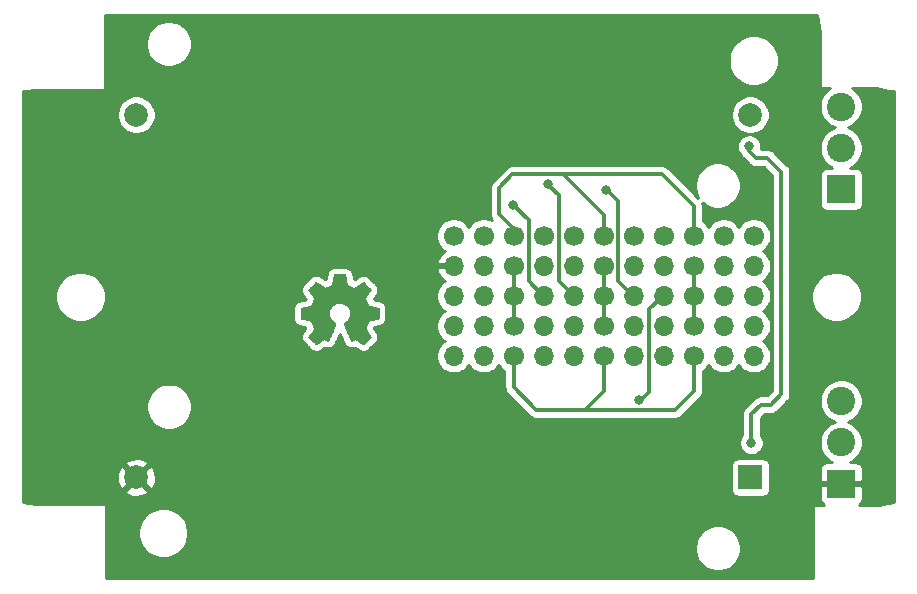
<source format=gbr>
G04 #@! TF.GenerationSoftware,KiCad,Pcbnew,5.1.5+dfsg1-2build2*
G04 #@! TF.CreationDate,2021-12-11T20:18:00-05:00*
G04 #@! TF.ProjectId,RAK11300_LORA_ADAPTABLE_NODE,52414b31-3133-4303-905f-4c4f52415f41,rev?*
G04 #@! TF.SameCoordinates,Original*
G04 #@! TF.FileFunction,Copper,L1,Top*
G04 #@! TF.FilePolarity,Positive*
%FSLAX46Y46*%
G04 Gerber Fmt 4.6, Leading zero omitted, Abs format (unit mm)*
G04 Created by KiCad (PCBNEW 5.1.5+dfsg1-2build2) date 2021-12-11 20:18:00*
%MOMM*%
%LPD*%
G04 APERTURE LIST*
%ADD10C,0.010000*%
%ADD11C,1.700000*%
%ADD12R,2.000000X2.000000*%
%ADD13C,2.000000*%
%ADD14O,1.700000X1.700000*%
%ADD15C,2.400000*%
%ADD16R,2.400000X2.400000*%
%ADD17C,0.800000*%
%ADD18C,0.300000*%
%ADD19C,0.254000*%
G04 APERTURE END LIST*
D10*
G36*
X127987614Y-123059231D02*
G01*
X128071435Y-123503855D01*
X128380720Y-123631353D01*
X128690006Y-123758851D01*
X129061046Y-123506546D01*
X129164957Y-123436296D01*
X129258887Y-123373572D01*
X129338452Y-123321238D01*
X129399270Y-123282157D01*
X129436957Y-123259193D01*
X129447221Y-123254242D01*
X129465710Y-123266976D01*
X129505220Y-123302182D01*
X129561322Y-123355362D01*
X129629587Y-123422018D01*
X129705586Y-123497654D01*
X129784892Y-123577772D01*
X129863075Y-123657874D01*
X129935707Y-123733464D01*
X129998359Y-123800045D01*
X130046603Y-123853118D01*
X130076010Y-123888187D01*
X130083041Y-123899923D01*
X130072923Y-123921560D01*
X130044559Y-123968962D01*
X130000929Y-124037493D01*
X129945018Y-124122515D01*
X129879806Y-124219393D01*
X129842019Y-124274650D01*
X129773143Y-124375548D01*
X129711940Y-124466599D01*
X129661378Y-124543270D01*
X129624428Y-124601028D01*
X129604058Y-124635343D01*
X129600997Y-124642554D01*
X129607936Y-124663048D01*
X129626851Y-124710813D01*
X129654887Y-124779132D01*
X129689191Y-124861289D01*
X129726909Y-124950570D01*
X129765187Y-125040258D01*
X129801170Y-125123638D01*
X129832006Y-125193994D01*
X129854839Y-125244610D01*
X129866817Y-125268771D01*
X129867524Y-125269722D01*
X129886331Y-125274336D01*
X129936418Y-125284628D01*
X130012593Y-125299587D01*
X130109665Y-125318201D01*
X130222443Y-125339459D01*
X130288242Y-125351718D01*
X130408750Y-125374662D01*
X130517597Y-125396495D01*
X130609276Y-125416022D01*
X130678281Y-125432048D01*
X130719104Y-125443379D01*
X130727311Y-125446974D01*
X130735348Y-125471306D01*
X130741833Y-125526259D01*
X130746770Y-125605408D01*
X130750164Y-125702326D01*
X130752018Y-125810587D01*
X130752338Y-125923765D01*
X130751127Y-126035435D01*
X130748390Y-126139168D01*
X130744131Y-126228541D01*
X130738355Y-126297126D01*
X130731067Y-126338497D01*
X130726695Y-126347110D01*
X130700564Y-126357433D01*
X130645193Y-126372192D01*
X130567907Y-126389652D01*
X130476030Y-126408080D01*
X130443958Y-126414041D01*
X130289324Y-126442366D01*
X130167175Y-126465176D01*
X130073473Y-126483380D01*
X130004184Y-126497883D01*
X129955271Y-126509592D01*
X129922697Y-126519415D01*
X129902428Y-126528256D01*
X129890426Y-126537024D01*
X129888747Y-126538757D01*
X129871984Y-126566671D01*
X129846414Y-126620995D01*
X129814588Y-126695077D01*
X129779060Y-126782265D01*
X129742383Y-126875908D01*
X129707111Y-126969352D01*
X129675796Y-127055947D01*
X129650993Y-127129040D01*
X129635254Y-127181978D01*
X129631132Y-127208111D01*
X129631476Y-127209026D01*
X129645441Y-127230386D01*
X129677122Y-127277384D01*
X129723191Y-127345127D01*
X129780318Y-127428723D01*
X129845173Y-127523282D01*
X129863643Y-127550154D01*
X129929499Y-127647575D01*
X129987450Y-127736463D01*
X130034338Y-127811712D01*
X130067007Y-127868220D01*
X130082300Y-127900881D01*
X130083041Y-127904893D01*
X130070192Y-127925984D01*
X130034688Y-127967764D01*
X129981093Y-128025745D01*
X129913971Y-128095435D01*
X129837887Y-128172345D01*
X129757404Y-128251983D01*
X129677087Y-128329861D01*
X129601499Y-128401486D01*
X129535205Y-128462370D01*
X129482769Y-128508021D01*
X129448755Y-128533950D01*
X129439345Y-128538183D01*
X129417443Y-128528212D01*
X129372600Y-128501320D01*
X129312121Y-128462036D01*
X129265589Y-128430417D01*
X129181275Y-128372398D01*
X129081426Y-128304084D01*
X128981273Y-128235879D01*
X128927427Y-128199375D01*
X128745171Y-128076100D01*
X128592181Y-128158820D01*
X128522482Y-128195059D01*
X128463214Y-128223226D01*
X128423111Y-128239291D01*
X128412903Y-128241526D01*
X128400629Y-128225022D01*
X128376413Y-128178382D01*
X128342063Y-128105909D01*
X128299388Y-128011906D01*
X128250194Y-127900674D01*
X128196290Y-127776515D01*
X128139484Y-127643732D01*
X128081582Y-127506627D01*
X128024393Y-127369502D01*
X127969724Y-127236658D01*
X127919384Y-127112398D01*
X127875180Y-127001025D01*
X127838919Y-126906839D01*
X127812409Y-126834144D01*
X127797458Y-126787241D01*
X127795054Y-126771133D01*
X127814111Y-126750586D01*
X127855836Y-126717233D01*
X127911506Y-126678002D01*
X127916178Y-126674899D01*
X128060064Y-126559723D01*
X128176083Y-126425353D01*
X128263230Y-126276084D01*
X128320499Y-126116213D01*
X128346886Y-125950037D01*
X128341385Y-125781852D01*
X128302990Y-125615955D01*
X128230695Y-125456642D01*
X128209426Y-125421787D01*
X128098796Y-125281037D01*
X127968102Y-125168014D01*
X127821864Y-125083303D01*
X127664608Y-125027494D01*
X127500857Y-125001174D01*
X127335133Y-125004930D01*
X127171962Y-125039350D01*
X127015865Y-125105023D01*
X126871367Y-125202535D01*
X126826669Y-125242113D01*
X126712912Y-125366003D01*
X126630018Y-125496424D01*
X126573156Y-125642615D01*
X126541487Y-125787388D01*
X126533669Y-125950160D01*
X126559738Y-126113740D01*
X126617045Y-126272598D01*
X126702944Y-126421206D01*
X126814786Y-126554035D01*
X126949923Y-126665556D01*
X126967683Y-126677311D01*
X127023950Y-126715808D01*
X127066723Y-126749163D01*
X127087172Y-126770460D01*
X127087469Y-126771133D01*
X127083079Y-126794171D01*
X127065676Y-126846457D01*
X127037068Y-126923690D01*
X126999065Y-127021568D01*
X126953474Y-127135791D01*
X126902103Y-127262058D01*
X126846762Y-127396067D01*
X126789258Y-127533518D01*
X126731401Y-127670108D01*
X126674998Y-127801537D01*
X126621858Y-127923505D01*
X126573790Y-128031709D01*
X126532601Y-128121849D01*
X126500101Y-128189623D01*
X126478097Y-128230730D01*
X126469236Y-128241526D01*
X126442160Y-128233119D01*
X126391497Y-128210572D01*
X126325983Y-128177913D01*
X126289959Y-128158820D01*
X126136968Y-128076100D01*
X125954712Y-128199375D01*
X125861675Y-128262528D01*
X125759815Y-128332027D01*
X125664362Y-128397465D01*
X125616550Y-128430417D01*
X125549305Y-128475573D01*
X125492364Y-128511357D01*
X125453154Y-128533238D01*
X125440419Y-128537863D01*
X125421883Y-128525385D01*
X125380859Y-128490552D01*
X125321325Y-128436978D01*
X125247258Y-128368283D01*
X125162635Y-128288081D01*
X125109115Y-128236586D01*
X125015481Y-128144586D01*
X124934559Y-128062299D01*
X124869623Y-127993245D01*
X124823942Y-127940944D01*
X124800789Y-127908916D01*
X124798568Y-127902416D01*
X124808876Y-127877694D01*
X124837361Y-127827705D01*
X124880863Y-127757512D01*
X124936223Y-127672175D01*
X125000280Y-127576756D01*
X125018497Y-127550154D01*
X125084873Y-127453467D01*
X125144422Y-127366417D01*
X125193816Y-127293895D01*
X125229725Y-127240793D01*
X125248819Y-127212003D01*
X125250664Y-127209026D01*
X125247905Y-127186082D01*
X125233262Y-127135636D01*
X125209287Y-127064341D01*
X125178534Y-126978847D01*
X125143556Y-126885807D01*
X125106907Y-126791874D01*
X125071139Y-126703699D01*
X125038806Y-126627934D01*
X125012462Y-126571231D01*
X124994658Y-126540243D01*
X124993393Y-126538757D01*
X124982506Y-126529901D01*
X124964118Y-126521143D01*
X124934194Y-126511577D01*
X124888697Y-126500296D01*
X124823591Y-126486393D01*
X124734839Y-126468963D01*
X124618407Y-126447098D01*
X124470258Y-126419891D01*
X124438182Y-126414041D01*
X124343114Y-126395674D01*
X124260235Y-126377705D01*
X124196870Y-126361869D01*
X124160342Y-126349900D01*
X124155444Y-126347110D01*
X124147373Y-126322372D01*
X124140813Y-126267090D01*
X124135767Y-126187689D01*
X124132241Y-126090596D01*
X124130239Y-125982238D01*
X124129764Y-125869040D01*
X124130823Y-125757428D01*
X124133418Y-125653829D01*
X124137554Y-125564668D01*
X124143237Y-125496372D01*
X124150469Y-125455366D01*
X124154829Y-125446974D01*
X124179102Y-125438508D01*
X124234374Y-125424735D01*
X124315138Y-125406850D01*
X124415888Y-125386048D01*
X124531117Y-125363523D01*
X124593898Y-125351718D01*
X124713013Y-125329451D01*
X124819235Y-125309279D01*
X124907373Y-125292215D01*
X124972234Y-125279269D01*
X125008626Y-125271455D01*
X125014616Y-125269722D01*
X125024739Y-125250190D01*
X125046138Y-125203143D01*
X125075961Y-125135303D01*
X125111355Y-125053391D01*
X125149468Y-124964128D01*
X125187447Y-124874235D01*
X125222440Y-124790435D01*
X125251594Y-124719447D01*
X125272057Y-124667994D01*
X125280977Y-124642797D01*
X125281143Y-124641696D01*
X125271031Y-124621819D01*
X125242683Y-124576077D01*
X125199077Y-124509017D01*
X125143194Y-124425184D01*
X125078013Y-124329126D01*
X125040121Y-124273950D01*
X124971075Y-124172781D01*
X124909750Y-124080930D01*
X124859137Y-124003044D01*
X124822229Y-123943769D01*
X124802018Y-123907751D01*
X124799099Y-123899677D01*
X124811647Y-123880884D01*
X124846337Y-123840757D01*
X124898737Y-123783793D01*
X124964416Y-123714485D01*
X125038944Y-123637331D01*
X125117887Y-123556825D01*
X125196817Y-123477463D01*
X125271300Y-123403740D01*
X125336906Y-123340152D01*
X125389204Y-123291194D01*
X125423761Y-123261361D01*
X125435322Y-123254242D01*
X125454146Y-123264253D01*
X125499169Y-123292378D01*
X125566013Y-123335754D01*
X125650301Y-123391518D01*
X125747656Y-123456806D01*
X125821093Y-123506546D01*
X126192133Y-123758851D01*
X126810705Y-123503855D01*
X126894525Y-123059231D01*
X126978346Y-122614607D01*
X127903794Y-122614607D01*
X127987614Y-123059231D01*
G37*
X127987614Y-123059231D02*
X128071435Y-123503855D01*
X128380720Y-123631353D01*
X128690006Y-123758851D01*
X129061046Y-123506546D01*
X129164957Y-123436296D01*
X129258887Y-123373572D01*
X129338452Y-123321238D01*
X129399270Y-123282157D01*
X129436957Y-123259193D01*
X129447221Y-123254242D01*
X129465710Y-123266976D01*
X129505220Y-123302182D01*
X129561322Y-123355362D01*
X129629587Y-123422018D01*
X129705586Y-123497654D01*
X129784892Y-123577772D01*
X129863075Y-123657874D01*
X129935707Y-123733464D01*
X129998359Y-123800045D01*
X130046603Y-123853118D01*
X130076010Y-123888187D01*
X130083041Y-123899923D01*
X130072923Y-123921560D01*
X130044559Y-123968962D01*
X130000929Y-124037493D01*
X129945018Y-124122515D01*
X129879806Y-124219393D01*
X129842019Y-124274650D01*
X129773143Y-124375548D01*
X129711940Y-124466599D01*
X129661378Y-124543270D01*
X129624428Y-124601028D01*
X129604058Y-124635343D01*
X129600997Y-124642554D01*
X129607936Y-124663048D01*
X129626851Y-124710813D01*
X129654887Y-124779132D01*
X129689191Y-124861289D01*
X129726909Y-124950570D01*
X129765187Y-125040258D01*
X129801170Y-125123638D01*
X129832006Y-125193994D01*
X129854839Y-125244610D01*
X129866817Y-125268771D01*
X129867524Y-125269722D01*
X129886331Y-125274336D01*
X129936418Y-125284628D01*
X130012593Y-125299587D01*
X130109665Y-125318201D01*
X130222443Y-125339459D01*
X130288242Y-125351718D01*
X130408750Y-125374662D01*
X130517597Y-125396495D01*
X130609276Y-125416022D01*
X130678281Y-125432048D01*
X130719104Y-125443379D01*
X130727311Y-125446974D01*
X130735348Y-125471306D01*
X130741833Y-125526259D01*
X130746770Y-125605408D01*
X130750164Y-125702326D01*
X130752018Y-125810587D01*
X130752338Y-125923765D01*
X130751127Y-126035435D01*
X130748390Y-126139168D01*
X130744131Y-126228541D01*
X130738355Y-126297126D01*
X130731067Y-126338497D01*
X130726695Y-126347110D01*
X130700564Y-126357433D01*
X130645193Y-126372192D01*
X130567907Y-126389652D01*
X130476030Y-126408080D01*
X130443958Y-126414041D01*
X130289324Y-126442366D01*
X130167175Y-126465176D01*
X130073473Y-126483380D01*
X130004184Y-126497883D01*
X129955271Y-126509592D01*
X129922697Y-126519415D01*
X129902428Y-126528256D01*
X129890426Y-126537024D01*
X129888747Y-126538757D01*
X129871984Y-126566671D01*
X129846414Y-126620995D01*
X129814588Y-126695077D01*
X129779060Y-126782265D01*
X129742383Y-126875908D01*
X129707111Y-126969352D01*
X129675796Y-127055947D01*
X129650993Y-127129040D01*
X129635254Y-127181978D01*
X129631132Y-127208111D01*
X129631476Y-127209026D01*
X129645441Y-127230386D01*
X129677122Y-127277384D01*
X129723191Y-127345127D01*
X129780318Y-127428723D01*
X129845173Y-127523282D01*
X129863643Y-127550154D01*
X129929499Y-127647575D01*
X129987450Y-127736463D01*
X130034338Y-127811712D01*
X130067007Y-127868220D01*
X130082300Y-127900881D01*
X130083041Y-127904893D01*
X130070192Y-127925984D01*
X130034688Y-127967764D01*
X129981093Y-128025745D01*
X129913971Y-128095435D01*
X129837887Y-128172345D01*
X129757404Y-128251983D01*
X129677087Y-128329861D01*
X129601499Y-128401486D01*
X129535205Y-128462370D01*
X129482769Y-128508021D01*
X129448755Y-128533950D01*
X129439345Y-128538183D01*
X129417443Y-128528212D01*
X129372600Y-128501320D01*
X129312121Y-128462036D01*
X129265589Y-128430417D01*
X129181275Y-128372398D01*
X129081426Y-128304084D01*
X128981273Y-128235879D01*
X128927427Y-128199375D01*
X128745171Y-128076100D01*
X128592181Y-128158820D01*
X128522482Y-128195059D01*
X128463214Y-128223226D01*
X128423111Y-128239291D01*
X128412903Y-128241526D01*
X128400629Y-128225022D01*
X128376413Y-128178382D01*
X128342063Y-128105909D01*
X128299388Y-128011906D01*
X128250194Y-127900674D01*
X128196290Y-127776515D01*
X128139484Y-127643732D01*
X128081582Y-127506627D01*
X128024393Y-127369502D01*
X127969724Y-127236658D01*
X127919384Y-127112398D01*
X127875180Y-127001025D01*
X127838919Y-126906839D01*
X127812409Y-126834144D01*
X127797458Y-126787241D01*
X127795054Y-126771133D01*
X127814111Y-126750586D01*
X127855836Y-126717233D01*
X127911506Y-126678002D01*
X127916178Y-126674899D01*
X128060064Y-126559723D01*
X128176083Y-126425353D01*
X128263230Y-126276084D01*
X128320499Y-126116213D01*
X128346886Y-125950037D01*
X128341385Y-125781852D01*
X128302990Y-125615955D01*
X128230695Y-125456642D01*
X128209426Y-125421787D01*
X128098796Y-125281037D01*
X127968102Y-125168014D01*
X127821864Y-125083303D01*
X127664608Y-125027494D01*
X127500857Y-125001174D01*
X127335133Y-125004930D01*
X127171962Y-125039350D01*
X127015865Y-125105023D01*
X126871367Y-125202535D01*
X126826669Y-125242113D01*
X126712912Y-125366003D01*
X126630018Y-125496424D01*
X126573156Y-125642615D01*
X126541487Y-125787388D01*
X126533669Y-125950160D01*
X126559738Y-126113740D01*
X126617045Y-126272598D01*
X126702944Y-126421206D01*
X126814786Y-126554035D01*
X126949923Y-126665556D01*
X126967683Y-126677311D01*
X127023950Y-126715808D01*
X127066723Y-126749163D01*
X127087172Y-126770460D01*
X127087469Y-126771133D01*
X127083079Y-126794171D01*
X127065676Y-126846457D01*
X127037068Y-126923690D01*
X126999065Y-127021568D01*
X126953474Y-127135791D01*
X126902103Y-127262058D01*
X126846762Y-127396067D01*
X126789258Y-127533518D01*
X126731401Y-127670108D01*
X126674998Y-127801537D01*
X126621858Y-127923505D01*
X126573790Y-128031709D01*
X126532601Y-128121849D01*
X126500101Y-128189623D01*
X126478097Y-128230730D01*
X126469236Y-128241526D01*
X126442160Y-128233119D01*
X126391497Y-128210572D01*
X126325983Y-128177913D01*
X126289959Y-128158820D01*
X126136968Y-128076100D01*
X125954712Y-128199375D01*
X125861675Y-128262528D01*
X125759815Y-128332027D01*
X125664362Y-128397465D01*
X125616550Y-128430417D01*
X125549305Y-128475573D01*
X125492364Y-128511357D01*
X125453154Y-128533238D01*
X125440419Y-128537863D01*
X125421883Y-128525385D01*
X125380859Y-128490552D01*
X125321325Y-128436978D01*
X125247258Y-128368283D01*
X125162635Y-128288081D01*
X125109115Y-128236586D01*
X125015481Y-128144586D01*
X124934559Y-128062299D01*
X124869623Y-127993245D01*
X124823942Y-127940944D01*
X124800789Y-127908916D01*
X124798568Y-127902416D01*
X124808876Y-127877694D01*
X124837361Y-127827705D01*
X124880863Y-127757512D01*
X124936223Y-127672175D01*
X125000280Y-127576756D01*
X125018497Y-127550154D01*
X125084873Y-127453467D01*
X125144422Y-127366417D01*
X125193816Y-127293895D01*
X125229725Y-127240793D01*
X125248819Y-127212003D01*
X125250664Y-127209026D01*
X125247905Y-127186082D01*
X125233262Y-127135636D01*
X125209287Y-127064341D01*
X125178534Y-126978847D01*
X125143556Y-126885807D01*
X125106907Y-126791874D01*
X125071139Y-126703699D01*
X125038806Y-126627934D01*
X125012462Y-126571231D01*
X124994658Y-126540243D01*
X124993393Y-126538757D01*
X124982506Y-126529901D01*
X124964118Y-126521143D01*
X124934194Y-126511577D01*
X124888697Y-126500296D01*
X124823591Y-126486393D01*
X124734839Y-126468963D01*
X124618407Y-126447098D01*
X124470258Y-126419891D01*
X124438182Y-126414041D01*
X124343114Y-126395674D01*
X124260235Y-126377705D01*
X124196870Y-126361869D01*
X124160342Y-126349900D01*
X124155444Y-126347110D01*
X124147373Y-126322372D01*
X124140813Y-126267090D01*
X124135767Y-126187689D01*
X124132241Y-126090596D01*
X124130239Y-125982238D01*
X124129764Y-125869040D01*
X124130823Y-125757428D01*
X124133418Y-125653829D01*
X124137554Y-125564668D01*
X124143237Y-125496372D01*
X124150469Y-125455366D01*
X124154829Y-125446974D01*
X124179102Y-125438508D01*
X124234374Y-125424735D01*
X124315138Y-125406850D01*
X124415888Y-125386048D01*
X124531117Y-125363523D01*
X124593898Y-125351718D01*
X124713013Y-125329451D01*
X124819235Y-125309279D01*
X124907373Y-125292215D01*
X124972234Y-125279269D01*
X125008626Y-125271455D01*
X125014616Y-125269722D01*
X125024739Y-125250190D01*
X125046138Y-125203143D01*
X125075961Y-125135303D01*
X125111355Y-125053391D01*
X125149468Y-124964128D01*
X125187447Y-124874235D01*
X125222440Y-124790435D01*
X125251594Y-124719447D01*
X125272057Y-124667994D01*
X125280977Y-124642797D01*
X125281143Y-124641696D01*
X125271031Y-124621819D01*
X125242683Y-124576077D01*
X125199077Y-124509017D01*
X125143194Y-124425184D01*
X125078013Y-124329126D01*
X125040121Y-124273950D01*
X124971075Y-124172781D01*
X124909750Y-124080930D01*
X124859137Y-124003044D01*
X124822229Y-123943769D01*
X124802018Y-123907751D01*
X124799099Y-123899677D01*
X124811647Y-123880884D01*
X124846337Y-123840757D01*
X124898737Y-123783793D01*
X124964416Y-123714485D01*
X125038944Y-123637331D01*
X125117887Y-123556825D01*
X125196817Y-123477463D01*
X125271300Y-123403740D01*
X125336906Y-123340152D01*
X125389204Y-123291194D01*
X125423761Y-123261361D01*
X125435322Y-123254242D01*
X125454146Y-123264253D01*
X125499169Y-123292378D01*
X125566013Y-123335754D01*
X125650301Y-123391518D01*
X125747656Y-123456806D01*
X125821093Y-123506546D01*
X126192133Y-123758851D01*
X126810705Y-123503855D01*
X126894525Y-123059231D01*
X126978346Y-122614607D01*
X127903794Y-122614607D01*
X127987614Y-123059231D01*
D11*
X157415000Y-129505000D03*
X157415000Y-126965000D03*
X157415000Y-124425000D03*
X157415000Y-121885000D03*
X157415000Y-119345000D03*
X149795000Y-129505000D03*
X149795000Y-126965000D03*
X149795000Y-124425000D03*
X149795000Y-121885000D03*
X149795000Y-119345000D03*
X142175000Y-129505000D03*
X142175000Y-126965000D03*
X142175000Y-124425000D03*
X142175000Y-121885000D03*
X142175000Y-119345000D03*
D12*
X162220000Y-139800000D03*
D13*
X110230000Y-139800000D03*
D14*
X159955000Y-129505000D03*
X159955000Y-126965000D03*
X159955000Y-124425000D03*
X159955000Y-121885000D03*
D11*
X159955000Y-119345000D03*
D14*
X154875000Y-129505000D03*
X154875000Y-126965000D03*
X154875000Y-124425000D03*
X154875000Y-121885000D03*
D11*
X154875000Y-119345000D03*
D14*
X152335000Y-129505000D03*
X152335000Y-126965000D03*
X152335000Y-124425000D03*
X152335000Y-121885000D03*
D11*
X152335000Y-119345000D03*
D14*
X147255000Y-129505000D03*
X147255000Y-126965000D03*
X147255000Y-124425000D03*
X147255000Y-121885000D03*
D11*
X147255000Y-119345000D03*
D14*
X144715000Y-129505000D03*
X144715000Y-126965000D03*
X144715000Y-124425000D03*
X144715000Y-121885000D03*
D11*
X144715000Y-119345000D03*
D14*
X139635000Y-129505000D03*
X139635000Y-126965000D03*
X139635000Y-124425000D03*
X139635000Y-121885000D03*
D11*
X139635000Y-119345000D03*
D14*
X137095000Y-129505000D03*
X137095000Y-126965000D03*
X137095000Y-124425000D03*
X137095000Y-121885000D03*
D11*
X137095000Y-119345000D03*
D14*
X162495000Y-129505000D03*
X162495000Y-126965000D03*
X162495000Y-124425000D03*
X162495000Y-121885000D03*
D11*
X162495000Y-119345000D03*
D15*
X169910000Y-108400000D03*
X169910000Y-111900000D03*
D16*
X169910000Y-115400000D03*
D13*
X110220000Y-109085000D03*
X162210000Y-109085000D03*
D15*
X169910000Y-133335000D03*
X169910000Y-136835000D03*
D16*
X169910000Y-140335000D03*
D17*
X162293300Y-136880600D03*
X162115500Y-111772700D03*
X142151100Y-116713000D03*
X145084800Y-114960400D03*
X150012400Y-115443000D03*
X152755600Y-133210300D03*
X107403900Y-129438400D03*
X132562600Y-125717300D03*
X132562600Y-120904000D03*
X132588000Y-117322600D03*
X128397000Y-116916200D03*
X113080800Y-117411500D03*
X112915700Y-124625100D03*
X112814100Y-128181100D03*
D18*
X157415000Y-121885000D02*
X157415000Y-124425000D01*
X157415000Y-124425000D02*
X157415000Y-126965000D01*
X149795000Y-121885000D02*
X149795000Y-124425000D01*
X149795000Y-124425000D02*
X149795000Y-126965000D01*
X142175000Y-121885000D02*
X142175000Y-124425000D01*
X142175000Y-124425000D02*
X142175000Y-126965000D01*
X157415000Y-129505000D02*
X157415000Y-132475200D01*
X157415000Y-132475200D02*
X155816300Y-134073900D01*
X149795000Y-132472200D02*
X149795000Y-129505000D01*
X149795000Y-132487900D02*
X149795000Y-132472200D01*
X148234400Y-134048500D02*
X149795000Y-132487900D01*
X142175000Y-132167400D02*
X144056100Y-134048500D01*
X142175000Y-129505000D02*
X142175000Y-132167400D01*
X142175000Y-119345000D02*
X142175000Y-118756200D01*
X142175000Y-118756200D02*
X140944600Y-117525800D01*
X140944600Y-117525800D02*
X140944600Y-115277900D01*
X140944600Y-115277900D02*
X142074900Y-114147600D01*
X142074900Y-114147600D02*
X146342100Y-114147600D01*
X149795000Y-117600500D02*
X149795000Y-119345000D01*
X146342100Y-114147600D02*
X149795000Y-117600500D01*
X157415000Y-119345000D02*
X157415000Y-116851200D01*
X154711400Y-114147600D02*
X146342100Y-114147600D01*
X157415000Y-116851200D02*
X154711400Y-114147600D01*
X147586700Y-134048500D02*
X148234400Y-134048500D01*
X147612100Y-134073900D02*
X147586700Y-134048500D01*
X144056100Y-134048500D02*
X147586700Y-134048500D01*
X155816300Y-134073900D02*
X151866600Y-134073900D01*
X151866600Y-134073900D02*
X147612100Y-134073900D01*
X151866600Y-134073900D02*
X151396700Y-134073900D01*
X162687000Y-112763300D02*
X162115500Y-112191800D01*
X162115500Y-112191800D02*
X162115500Y-111772700D01*
X163652200Y-112763300D02*
X162687000Y-112763300D01*
X164820600Y-132765800D02*
X164820600Y-113931700D01*
X163957000Y-133629400D02*
X164820600Y-132765800D01*
X163093400Y-133629400D02*
X163957000Y-133629400D01*
X164820600Y-113931700D02*
X163652200Y-112763300D01*
X162293300Y-134429500D02*
X163093400Y-133629400D01*
X162293300Y-136880600D02*
X162293300Y-134429500D01*
X144681500Y-124425000D02*
X144715000Y-124425000D01*
X143433800Y-123177300D02*
X144681500Y-124425000D01*
X143433800Y-117995700D02*
X143433800Y-123177300D01*
X142151100Y-116713000D02*
X143433800Y-117995700D01*
X147255000Y-126965000D02*
X147177200Y-126965000D01*
X147255000Y-124425000D02*
X147246900Y-124425000D01*
X147246900Y-124425000D02*
X145999200Y-123177300D01*
X145999200Y-123177300D02*
X145999200Y-116166900D01*
X145999200Y-116166900D02*
X145999200Y-116014500D01*
X145999200Y-115912900D02*
X145999200Y-116166900D01*
X145084800Y-114998500D02*
X145999200Y-115912900D01*
X145084800Y-114960400D02*
X145084800Y-114998500D01*
X152335000Y-124425000D02*
X152288800Y-124425000D01*
X152276100Y-124425000D02*
X152335000Y-124425000D01*
X150088600Y-115443000D02*
X151041100Y-116395500D01*
X150012400Y-115443000D02*
X150088600Y-115443000D01*
X151041100Y-123190000D02*
X152276100Y-124425000D01*
X151041100Y-116395500D02*
X151041100Y-123190000D01*
X154784500Y-124425000D02*
X154875000Y-124425000D01*
X153631900Y-125577600D02*
X154784500Y-124425000D01*
X153631900Y-132537200D02*
X153631900Y-125577600D01*
X152755600Y-133210300D02*
X152958800Y-133210300D01*
X152958800Y-133210300D02*
X153631900Y-132537200D01*
X107403900Y-129616200D02*
X107403900Y-129438400D01*
X132562600Y-125717300D02*
X132562600Y-120904000D01*
X132562600Y-117348000D02*
X132562600Y-120904000D01*
X132588000Y-117322600D02*
X132562600Y-117348000D01*
X128397000Y-116916200D02*
X128473200Y-116992400D01*
X132257800Y-116992400D02*
X132588000Y-117322600D01*
X128473200Y-116992400D02*
X132257800Y-116992400D01*
X113080800Y-117411500D02*
X113093500Y-117424200D01*
X127889000Y-117424200D02*
X128397000Y-116916200D01*
X113093500Y-117424200D02*
X127889000Y-117424200D01*
X113080800Y-124460000D02*
X113080800Y-117411500D01*
X112915700Y-124625100D02*
X113080800Y-124460000D01*
X112915700Y-128079500D02*
X112915700Y-124625100D01*
X112814100Y-128181100D02*
X112915700Y-128079500D01*
X112814100Y-128181100D02*
X112814100Y-129082800D01*
X112814100Y-129082800D02*
X112433100Y-129463800D01*
X107429300Y-129463800D02*
X107403900Y-129438400D01*
X112433100Y-129463800D02*
X107429300Y-129463800D01*
D19*
G36*
X167922061Y-101068607D02*
G01*
X167938262Y-101170898D01*
X168148000Y-102044519D01*
X168148000Y-106680000D01*
X168150440Y-106704776D01*
X168157667Y-106728601D01*
X168169403Y-106750557D01*
X168185197Y-106769803D01*
X168204443Y-106785597D01*
X168226399Y-106797333D01*
X168250224Y-106804560D01*
X168275000Y-106807000D01*
X168991180Y-106807000D01*
X168740256Y-106974662D01*
X168484662Y-107230256D01*
X168283844Y-107530801D01*
X168145518Y-107864750D01*
X168075000Y-108219268D01*
X168075000Y-108580732D01*
X168145518Y-108935250D01*
X168283844Y-109269199D01*
X168484662Y-109569744D01*
X168740256Y-109825338D01*
X169040801Y-110026156D01*
X169339787Y-110150000D01*
X169040801Y-110273844D01*
X168740256Y-110474662D01*
X168484662Y-110730256D01*
X168283844Y-111030801D01*
X168145518Y-111364750D01*
X168075000Y-111719268D01*
X168075000Y-112080732D01*
X168145518Y-112435250D01*
X168283844Y-112769199D01*
X168484662Y-113069744D01*
X168740256Y-113325338D01*
X169040801Y-113526156D01*
X169127162Y-113561928D01*
X168710000Y-113561928D01*
X168585518Y-113574188D01*
X168465820Y-113610498D01*
X168355506Y-113669463D01*
X168258815Y-113748815D01*
X168179463Y-113845506D01*
X168120498Y-113955820D01*
X168084188Y-114075518D01*
X168071928Y-114200000D01*
X168071928Y-116600000D01*
X168084188Y-116724482D01*
X168120498Y-116844180D01*
X168179463Y-116954494D01*
X168258815Y-117051185D01*
X168355506Y-117130537D01*
X168465820Y-117189502D01*
X168585518Y-117225812D01*
X168710000Y-117238072D01*
X171110000Y-117238072D01*
X171234482Y-117225812D01*
X171354180Y-117189502D01*
X171464494Y-117130537D01*
X171561185Y-117051185D01*
X171640537Y-116954494D01*
X171699502Y-116844180D01*
X171735812Y-116724482D01*
X171748072Y-116600000D01*
X171748072Y-114200000D01*
X171735812Y-114075518D01*
X171699502Y-113955820D01*
X171640537Y-113845506D01*
X171561185Y-113748815D01*
X171464494Y-113669463D01*
X171354180Y-113610498D01*
X171234482Y-113574188D01*
X171110000Y-113561928D01*
X170692838Y-113561928D01*
X170779199Y-113526156D01*
X171079744Y-113325338D01*
X171335338Y-113069744D01*
X171536156Y-112769199D01*
X171674482Y-112435250D01*
X171745000Y-112080732D01*
X171745000Y-111719268D01*
X171674482Y-111364750D01*
X171536156Y-111030801D01*
X171335338Y-110730256D01*
X171079744Y-110474662D01*
X170779199Y-110273844D01*
X170480213Y-110150000D01*
X170779199Y-110026156D01*
X171079744Y-109825338D01*
X171335338Y-109569744D01*
X171536156Y-109269199D01*
X171674482Y-108935250D01*
X171745000Y-108580732D01*
X171745000Y-108219268D01*
X171674482Y-107864750D01*
X171536156Y-107530801D01*
X171335338Y-107230256D01*
X171079744Y-106974662D01*
X170828820Y-106807000D01*
X172786132Y-106807000D01*
X172837316Y-106823631D01*
X173829102Y-107061738D01*
X173931393Y-107077939D01*
X174340000Y-107110097D01*
X174340001Y-141889903D01*
X173931393Y-141922061D01*
X173829102Y-141938262D01*
X173101267Y-142113000D01*
X171375698Y-142113000D01*
X171464494Y-142065537D01*
X171561185Y-141986185D01*
X171640537Y-141889494D01*
X171699502Y-141779180D01*
X171735812Y-141659482D01*
X171748072Y-141535000D01*
X171745000Y-140620750D01*
X171586250Y-140462000D01*
X170037000Y-140462000D01*
X170037000Y-140482000D01*
X169783000Y-140482000D01*
X169783000Y-140462000D01*
X168233750Y-140462000D01*
X168075000Y-140620750D01*
X168071928Y-141535000D01*
X168084188Y-141659482D01*
X168120498Y-141779180D01*
X168179463Y-141889494D01*
X168258815Y-141986185D01*
X168355506Y-142065537D01*
X168444302Y-142113000D01*
X167640000Y-142113000D01*
X167615224Y-142115440D01*
X167591399Y-142122667D01*
X167569443Y-142134403D01*
X167550197Y-142150197D01*
X167534403Y-142169443D01*
X167522667Y-142191399D01*
X167515440Y-142215224D01*
X167513000Y-142240000D01*
X167513000Y-148340000D01*
X107646100Y-148340000D01*
X107662300Y-144289721D01*
X110365000Y-144289721D01*
X110365000Y-144710279D01*
X110447047Y-145122756D01*
X110607988Y-145511302D01*
X110841637Y-145860983D01*
X111139017Y-146158363D01*
X111488698Y-146392012D01*
X111877244Y-146552953D01*
X112289721Y-146635000D01*
X112710279Y-146635000D01*
X113122756Y-146552953D01*
X113511302Y-146392012D01*
X113860983Y-146158363D01*
X114158363Y-145860983D01*
X114331109Y-145602449D01*
X157515000Y-145602449D01*
X157515000Y-145987551D01*
X157590130Y-146365252D01*
X157737502Y-146721040D01*
X157951453Y-147041240D01*
X158223760Y-147313547D01*
X158543960Y-147527498D01*
X158899748Y-147674870D01*
X159277449Y-147750000D01*
X159662551Y-147750000D01*
X160040252Y-147674870D01*
X160396040Y-147527498D01*
X160716240Y-147313547D01*
X160988547Y-147041240D01*
X161202498Y-146721040D01*
X161349870Y-146365252D01*
X161425000Y-145987551D01*
X161425000Y-145602449D01*
X161349870Y-145224748D01*
X161202498Y-144868960D01*
X160988547Y-144548760D01*
X160716240Y-144276453D01*
X160396040Y-144062502D01*
X160040252Y-143915130D01*
X159662551Y-143840000D01*
X159277449Y-143840000D01*
X158899748Y-143915130D01*
X158543960Y-144062502D01*
X158223760Y-144276453D01*
X157951453Y-144548760D01*
X157737502Y-144868960D01*
X157590130Y-145224748D01*
X157515000Y-145602449D01*
X114331109Y-145602449D01*
X114392012Y-145511302D01*
X114552953Y-145122756D01*
X114635000Y-144710279D01*
X114635000Y-144289721D01*
X114552953Y-143877244D01*
X114392012Y-143488698D01*
X114158363Y-143139017D01*
X113860983Y-142841637D01*
X113511302Y-142607988D01*
X113122756Y-142447047D01*
X112710279Y-142365000D01*
X112289721Y-142365000D01*
X111877244Y-142447047D01*
X111488698Y-142607988D01*
X111139017Y-142841637D01*
X110841637Y-143139017D01*
X110607988Y-143488698D01*
X110447047Y-143877244D01*
X110365000Y-144289721D01*
X107662300Y-144289721D01*
X107670599Y-142215108D01*
X107668258Y-142190322D01*
X107661126Y-142166469D01*
X107649478Y-142144466D01*
X107633761Y-142125157D01*
X107614579Y-142109286D01*
X107592670Y-142097463D01*
X107568875Y-142090140D01*
X107543600Y-142087600D01*
X101792935Y-142087600D01*
X101170898Y-141938262D01*
X101068607Y-141922061D01*
X100660000Y-141889903D01*
X100660000Y-140935413D01*
X109274192Y-140935413D01*
X109369956Y-141199814D01*
X109659571Y-141340704D01*
X109971108Y-141422384D01*
X110292595Y-141441718D01*
X110611675Y-141397961D01*
X110916088Y-141292795D01*
X111090044Y-141199814D01*
X111185808Y-140935413D01*
X110230000Y-139979605D01*
X109274192Y-140935413D01*
X100660000Y-140935413D01*
X100660000Y-139862595D01*
X108588282Y-139862595D01*
X108632039Y-140181675D01*
X108737205Y-140486088D01*
X108830186Y-140660044D01*
X109094587Y-140755808D01*
X110050395Y-139800000D01*
X110409605Y-139800000D01*
X111365413Y-140755808D01*
X111629814Y-140660044D01*
X111770704Y-140370429D01*
X111852384Y-140058892D01*
X111871718Y-139737405D01*
X111827961Y-139418325D01*
X111722795Y-139113912D01*
X111629814Y-138939956D01*
X111365413Y-138844192D01*
X110409605Y-139800000D01*
X110050395Y-139800000D01*
X109094587Y-138844192D01*
X108830186Y-138939956D01*
X108689296Y-139229571D01*
X108607616Y-139541108D01*
X108588282Y-139862595D01*
X100660000Y-139862595D01*
X100660000Y-138664587D01*
X109274192Y-138664587D01*
X110230000Y-139620395D01*
X111050395Y-138800000D01*
X160581928Y-138800000D01*
X160581928Y-140800000D01*
X160594188Y-140924482D01*
X160630498Y-141044180D01*
X160689463Y-141154494D01*
X160768815Y-141251185D01*
X160865506Y-141330537D01*
X160975820Y-141389502D01*
X161095518Y-141425812D01*
X161220000Y-141438072D01*
X163220000Y-141438072D01*
X163344482Y-141425812D01*
X163464180Y-141389502D01*
X163574494Y-141330537D01*
X163671185Y-141251185D01*
X163750537Y-141154494D01*
X163809502Y-141044180D01*
X163845812Y-140924482D01*
X163858072Y-140800000D01*
X163858072Y-139135000D01*
X168071928Y-139135000D01*
X168075000Y-140049250D01*
X168233750Y-140208000D01*
X169783000Y-140208000D01*
X169783000Y-140188000D01*
X170037000Y-140188000D01*
X170037000Y-140208000D01*
X171586250Y-140208000D01*
X171745000Y-140049250D01*
X171748072Y-139135000D01*
X171735812Y-139010518D01*
X171699502Y-138890820D01*
X171640537Y-138780506D01*
X171561185Y-138683815D01*
X171464494Y-138604463D01*
X171354180Y-138545498D01*
X171234482Y-138509188D01*
X171110000Y-138496928D01*
X170689426Y-138498341D01*
X170779199Y-138461156D01*
X171079744Y-138260338D01*
X171335338Y-138004744D01*
X171536156Y-137704199D01*
X171674482Y-137370250D01*
X171745000Y-137015732D01*
X171745000Y-136654268D01*
X171674482Y-136299750D01*
X171536156Y-135965801D01*
X171335338Y-135665256D01*
X171079744Y-135409662D01*
X170779199Y-135208844D01*
X170480213Y-135085000D01*
X170779199Y-134961156D01*
X171079744Y-134760338D01*
X171335338Y-134504744D01*
X171536156Y-134204199D01*
X171674482Y-133870250D01*
X171745000Y-133515732D01*
X171745000Y-133154268D01*
X171674482Y-132799750D01*
X171536156Y-132465801D01*
X171335338Y-132165256D01*
X171079744Y-131909662D01*
X170779199Y-131708844D01*
X170445250Y-131570518D01*
X170090732Y-131500000D01*
X169729268Y-131500000D01*
X169374750Y-131570518D01*
X169040801Y-131708844D01*
X168740256Y-131909662D01*
X168484662Y-132165256D01*
X168283844Y-132465801D01*
X168145518Y-132799750D01*
X168075000Y-133154268D01*
X168075000Y-133515732D01*
X168145518Y-133870250D01*
X168283844Y-134204199D01*
X168484662Y-134504744D01*
X168740256Y-134760338D01*
X169040801Y-134961156D01*
X169339787Y-135085000D01*
X169040801Y-135208844D01*
X168740256Y-135409662D01*
X168484662Y-135665256D01*
X168283844Y-135965801D01*
X168145518Y-136299750D01*
X168075000Y-136654268D01*
X168075000Y-137015732D01*
X168145518Y-137370250D01*
X168283844Y-137704199D01*
X168484662Y-138004744D01*
X168740256Y-138260338D01*
X169040801Y-138461156D01*
X169130574Y-138498341D01*
X168710000Y-138496928D01*
X168585518Y-138509188D01*
X168465820Y-138545498D01*
X168355506Y-138604463D01*
X168258815Y-138683815D01*
X168179463Y-138780506D01*
X168120498Y-138890820D01*
X168084188Y-139010518D01*
X168071928Y-139135000D01*
X163858072Y-139135000D01*
X163858072Y-138800000D01*
X163845812Y-138675518D01*
X163809502Y-138555820D01*
X163750537Y-138445506D01*
X163671185Y-138348815D01*
X163574494Y-138269463D01*
X163464180Y-138210498D01*
X163344482Y-138174188D01*
X163220000Y-138161928D01*
X161220000Y-138161928D01*
X161095518Y-138174188D01*
X160975820Y-138210498D01*
X160865506Y-138269463D01*
X160768815Y-138348815D01*
X160689463Y-138445506D01*
X160630498Y-138555820D01*
X160594188Y-138675518D01*
X160581928Y-138800000D01*
X111050395Y-138800000D01*
X111185808Y-138664587D01*
X111090044Y-138400186D01*
X110800429Y-138259296D01*
X110488892Y-138177616D01*
X110167405Y-138158282D01*
X109848325Y-138202039D01*
X109543912Y-138307205D01*
X109369956Y-138400186D01*
X109274192Y-138664587D01*
X100660000Y-138664587D01*
X100660000Y-133612449D01*
X111035000Y-133612449D01*
X111035000Y-133997551D01*
X111110130Y-134375252D01*
X111257502Y-134731040D01*
X111471453Y-135051240D01*
X111743760Y-135323547D01*
X112063960Y-135537498D01*
X112419748Y-135684870D01*
X112797449Y-135760000D01*
X113182551Y-135760000D01*
X113560252Y-135684870D01*
X113916040Y-135537498D01*
X114236240Y-135323547D01*
X114508547Y-135051240D01*
X114722498Y-134731040D01*
X114869870Y-134375252D01*
X114945000Y-133997551D01*
X114945000Y-133612449D01*
X114869870Y-133234748D01*
X114722498Y-132878960D01*
X114508547Y-132558760D01*
X114236240Y-132286453D01*
X113916040Y-132072502D01*
X113560252Y-131925130D01*
X113182551Y-131850000D01*
X112797449Y-131850000D01*
X112419748Y-131925130D01*
X112063960Y-132072502D01*
X111743760Y-132286453D01*
X111471453Y-132558760D01*
X111257502Y-132878960D01*
X111110130Y-133234748D01*
X111035000Y-133612449D01*
X100660000Y-133612449D01*
X100660000Y-124289721D01*
X103365000Y-124289721D01*
X103365000Y-124710279D01*
X103447047Y-125122756D01*
X103607988Y-125511302D01*
X103841637Y-125860983D01*
X104139017Y-126158363D01*
X104488698Y-126392012D01*
X104877244Y-126552953D01*
X105289721Y-126635000D01*
X105710279Y-126635000D01*
X106122756Y-126552953D01*
X106511302Y-126392012D01*
X106860983Y-126158363D01*
X107147620Y-125871726D01*
X123489770Y-125871726D01*
X123490245Y-125984924D01*
X123490255Y-125985020D01*
X123490245Y-125985125D01*
X123490348Y-125994060D01*
X123492350Y-126102418D01*
X123492494Y-126103649D01*
X123492400Y-126104890D01*
X123492663Y-126113823D01*
X123496189Y-126210916D01*
X123496756Y-126215118D01*
X123496551Y-126219358D01*
X123497055Y-126228280D01*
X123502101Y-126307680D01*
X123504197Y-126320571D01*
X123504281Y-126333625D01*
X123505272Y-126342506D01*
X123511832Y-126397788D01*
X123524379Y-126455010D01*
X123536224Y-126512365D01*
X123538567Y-126519719D01*
X123538584Y-126519796D01*
X123538612Y-126519861D01*
X123538937Y-126520880D01*
X123547008Y-126545618D01*
X123564626Y-126585810D01*
X123579889Y-126626998D01*
X123589660Y-126642923D01*
X123597153Y-126660016D01*
X123622238Y-126696015D01*
X123645214Y-126733460D01*
X123657894Y-126747185D01*
X123668563Y-126762496D01*
X123700174Y-126792949D01*
X123729975Y-126825206D01*
X123745069Y-126836199D01*
X123758517Y-126849155D01*
X123795441Y-126872888D01*
X123830939Y-126898742D01*
X123838673Y-126903218D01*
X123843572Y-126906008D01*
X123854714Y-126910984D01*
X123863591Y-126916690D01*
X123897004Y-126929872D01*
X123898143Y-126930381D01*
X123952588Y-126955242D01*
X123957478Y-126956882D01*
X123957620Y-126956945D01*
X123957768Y-126956979D01*
X123961061Y-126958083D01*
X123997589Y-126970052D01*
X124015670Y-126974074D01*
X124033041Y-126980546D01*
X124041696Y-126982772D01*
X124105061Y-126998608D01*
X124110597Y-126999429D01*
X124115907Y-127001219D01*
X124124627Y-127003173D01*
X124207507Y-127021142D01*
X124210279Y-127021464D01*
X124212950Y-127022298D01*
X124221712Y-127024054D01*
X124316780Y-127042421D01*
X124316902Y-127042432D01*
X124323353Y-127043655D01*
X124354962Y-127049420D01*
X124501453Y-127076322D01*
X124533228Y-127082290D01*
X124544158Y-127110303D01*
X124490865Y-127187933D01*
X124490844Y-127187970D01*
X124490445Y-127188545D01*
X124472228Y-127215147D01*
X124472159Y-127215273D01*
X124468912Y-127220037D01*
X124404856Y-127315456D01*
X124404587Y-127315956D01*
X124404221Y-127316402D01*
X124399306Y-127323865D01*
X124343946Y-127409202D01*
X124342957Y-127411113D01*
X124341624Y-127412807D01*
X124336864Y-127420370D01*
X124293362Y-127490562D01*
X124290114Y-127497167D01*
X124285780Y-127503115D01*
X124281302Y-127510848D01*
X124252817Y-127560837D01*
X124238592Y-127592675D01*
X124221664Y-127623170D01*
X124218168Y-127631394D01*
X124207860Y-127656116D01*
X124202654Y-127673107D01*
X124201863Y-127674878D01*
X124201132Y-127678075D01*
X124196249Y-127694015D01*
X124181949Y-127731006D01*
X124177990Y-127753610D01*
X124171270Y-127775543D01*
X124167241Y-127814978D01*
X124160399Y-127854039D01*
X124160906Y-127876981D01*
X124158574Y-127899802D01*
X124162282Y-127939277D01*
X124163157Y-127978915D01*
X124168108Y-128001314D01*
X124170254Y-128024161D01*
X124175391Y-128041431D01*
X124176356Y-128049216D01*
X124183445Y-128070698D01*
X124190116Y-128100876D01*
X124192946Y-128109352D01*
X124195168Y-128115852D01*
X124201990Y-128130847D01*
X124205868Y-128143882D01*
X124210501Y-128152682D01*
X124215500Y-128167830D01*
X124232546Y-128198004D01*
X124246896Y-128229544D01*
X124262179Y-128250840D01*
X124264057Y-128254407D01*
X124265224Y-128255850D01*
X124276936Y-128276582D01*
X124282121Y-128283861D01*
X124305274Y-128315888D01*
X124321830Y-128334626D01*
X124336085Y-128355186D01*
X124341917Y-128361957D01*
X124387598Y-128414258D01*
X124392922Y-128419269D01*
X124397310Y-128425126D01*
X124403386Y-128431678D01*
X124468322Y-128500732D01*
X124470353Y-128502507D01*
X124472020Y-128504632D01*
X124478242Y-128511047D01*
X124559164Y-128593334D01*
X124559953Y-128593993D01*
X124560603Y-128594793D01*
X124566933Y-128601100D01*
X124660567Y-128693100D01*
X124660662Y-128693176D01*
X124665376Y-128697775D01*
X124718896Y-128749270D01*
X124719014Y-128749363D01*
X124722383Y-128752601D01*
X124807007Y-128832803D01*
X124807097Y-128832873D01*
X124812047Y-128837528D01*
X124886113Y-128906223D01*
X124886387Y-128906432D01*
X124886616Y-128906689D01*
X124893217Y-128912712D01*
X124952750Y-128966286D01*
X124956584Y-128969111D01*
X124959851Y-128972582D01*
X124966622Y-128978413D01*
X125007646Y-129013245D01*
X125033307Y-129031036D01*
X125057108Y-129051255D01*
X125064486Y-129056297D01*
X125083022Y-129068775D01*
X125104287Y-129080248D01*
X125110295Y-129084413D01*
X125119181Y-129088283D01*
X125123830Y-129090791D01*
X125163477Y-129114841D01*
X125178699Y-129120393D01*
X125192950Y-129128082D01*
X125237251Y-129141751D01*
X125280821Y-129157644D01*
X125296826Y-129160133D01*
X125312304Y-129164909D01*
X125358428Y-129169714D01*
X125404243Y-129176840D01*
X125420424Y-129176173D01*
X125436538Y-129177852D01*
X125482725Y-129173606D01*
X125529043Y-129171697D01*
X125544786Y-129167900D01*
X125560919Y-129166417D01*
X125605397Y-129153282D01*
X125634194Y-129146337D01*
X125642018Y-129144736D01*
X125643621Y-129144063D01*
X125650468Y-129142412D01*
X125658888Y-129139420D01*
X125671623Y-129134795D01*
X125677473Y-129131997D01*
X125680711Y-129131041D01*
X125693674Y-129124249D01*
X125713932Y-129114561D01*
X125757195Y-129096407D01*
X125765029Y-129092107D01*
X125804239Y-129070226D01*
X125814286Y-129063253D01*
X125825304Y-129057939D01*
X125832903Y-129053236D01*
X125889844Y-129017452D01*
X125893986Y-129014245D01*
X125898641Y-129011824D01*
X125906094Y-129006893D01*
X125973340Y-128961737D01*
X125973402Y-128961686D01*
X125979736Y-128957385D01*
X126027088Y-128924751D01*
X126121072Y-128860320D01*
X126182888Y-128818143D01*
X126213440Y-128828301D01*
X126243864Y-128841625D01*
X126252380Y-128844334D01*
X126279456Y-128852741D01*
X126299169Y-128856805D01*
X126300468Y-128857237D01*
X126302518Y-128857496D01*
X126339974Y-128865218D01*
X126400360Y-128877809D01*
X126401082Y-128877816D01*
X126401789Y-128877962D01*
X126463161Y-128878443D01*
X126525260Y-128879070D01*
X126525978Y-128878935D01*
X126526691Y-128878941D01*
X126586966Y-128867497D01*
X126648026Y-128856046D01*
X126648697Y-128855778D01*
X126649405Y-128855643D01*
X126706510Y-128832628D01*
X126763982Y-128809615D01*
X126764590Y-128809220D01*
X126765257Y-128808951D01*
X126816834Y-128775263D01*
X126868711Y-128741545D01*
X126869229Y-128741041D01*
X126869832Y-128740647D01*
X126913711Y-128697752D01*
X126958224Y-128654432D01*
X126959099Y-128653381D01*
X126959149Y-128653332D01*
X126959193Y-128653268D01*
X126963941Y-128647564D01*
X126972802Y-128636768D01*
X127005100Y-128588481D01*
X127038073Y-128540613D01*
X127042241Y-128532954D01*
X127042247Y-128532946D01*
X127042250Y-128532938D01*
X127042345Y-128532764D01*
X127064349Y-128491657D01*
X127068090Y-128482652D01*
X127073261Y-128474383D01*
X127077180Y-128466353D01*
X127109681Y-128398578D01*
X127110183Y-128397201D01*
X127110938Y-128395942D01*
X127114708Y-128387840D01*
X127155897Y-128297700D01*
X127155936Y-128297588D01*
X127158675Y-128291535D01*
X127206743Y-128183332D01*
X127206795Y-128183174D01*
X127208588Y-128179136D01*
X127261729Y-128057168D01*
X127261776Y-128057022D01*
X127263127Y-128053934D01*
X127319530Y-127922504D01*
X127319571Y-127922376D01*
X127320713Y-127919730D01*
X127378570Y-127783140D01*
X127378609Y-127783015D01*
X127379672Y-127780523D01*
X127437176Y-127643072D01*
X127437215Y-127642944D01*
X127438306Y-127640354D01*
X127441101Y-127633585D01*
X127490895Y-127752978D01*
X127490960Y-127753099D01*
X127492003Y-127755617D01*
X127549905Y-127892722D01*
X127549967Y-127892837D01*
X127551069Y-127895462D01*
X127607875Y-128028245D01*
X127607946Y-128028374D01*
X127609230Y-128031389D01*
X127663134Y-128155547D01*
X127663208Y-128155681D01*
X127664882Y-128159537D01*
X127714076Y-128270769D01*
X127714144Y-128270889D01*
X127716628Y-128276464D01*
X127759303Y-128370467D01*
X127759701Y-128371157D01*
X127759963Y-128371918D01*
X127763735Y-128380019D01*
X127798085Y-128452492D01*
X127801771Y-128458637D01*
X127804348Y-128465336D01*
X127808411Y-128473295D01*
X127832627Y-128519935D01*
X127858187Y-128559236D01*
X127881797Y-128599740D01*
X127887080Y-128606948D01*
X127899354Y-128623452D01*
X127932779Y-128660265D01*
X127964718Y-128698396D01*
X127974703Y-128706438D01*
X127983318Y-128715927D01*
X128023252Y-128745544D01*
X128061993Y-128776748D01*
X128073352Y-128782699D01*
X128083644Y-128790332D01*
X128128575Y-128811631D01*
X128172635Y-128834714D01*
X128184927Y-128838344D01*
X128196512Y-128843835D01*
X128244736Y-128856003D01*
X128292428Y-128870085D01*
X128305193Y-128871258D01*
X128317622Y-128874394D01*
X128367292Y-128876964D01*
X128416811Y-128881514D01*
X128429558Y-128880186D01*
X128442361Y-128880848D01*
X128491578Y-128873722D01*
X128518375Y-128870929D01*
X128532383Y-128869893D01*
X128534848Y-128869213D01*
X128541043Y-128868567D01*
X128549786Y-128866716D01*
X128559994Y-128864481D01*
X128563703Y-128863279D01*
X128565978Y-128862950D01*
X128580055Y-128857982D01*
X128606074Y-128849553D01*
X128652787Y-128836660D01*
X128661105Y-128833394D01*
X128699232Y-128818120D01*
X128720664Y-128832716D01*
X128819096Y-128900060D01*
X128902785Y-128957649D01*
X128902921Y-128957724D01*
X128905888Y-128959770D01*
X128952419Y-128991389D01*
X128954344Y-128992438D01*
X128956039Y-128993831D01*
X128963499Y-128998751D01*
X129023978Y-129038035D01*
X129030222Y-129041272D01*
X129035815Y-129045541D01*
X129043447Y-129050190D01*
X129088290Y-129077082D01*
X129116939Y-129090655D01*
X129144159Y-129106932D01*
X129152267Y-129110691D01*
X129174169Y-129120662D01*
X129190578Y-129126273D01*
X129206033Y-129134141D01*
X129249560Y-129146441D01*
X129292356Y-129161075D01*
X129309543Y-129163392D01*
X129326232Y-129168108D01*
X129371324Y-129171720D01*
X129416143Y-129177762D01*
X129433449Y-129176697D01*
X129450740Y-129178082D01*
X129495663Y-129172868D01*
X129540813Y-129170089D01*
X129557593Y-129165680D01*
X129574813Y-129163681D01*
X129601384Y-129155140D01*
X129604868Y-129154618D01*
X129619094Y-129149519D01*
X129661618Y-129138345D01*
X129677213Y-129130765D01*
X129693726Y-129125457D01*
X129701901Y-129121848D01*
X129711311Y-129117615D01*
X129716659Y-129114550D01*
X129722450Y-129112474D01*
X129755205Y-129092856D01*
X129773957Y-129083742D01*
X129785031Y-129075360D01*
X129819678Y-129055501D01*
X129824322Y-129051462D01*
X129829607Y-129048296D01*
X129836751Y-129042928D01*
X129870765Y-129016999D01*
X129882754Y-129005851D01*
X129896228Y-128996541D01*
X129903009Y-128990720D01*
X129955445Y-128945069D01*
X129958221Y-128942130D01*
X129961487Y-128939742D01*
X129968111Y-128933743D01*
X130034405Y-128872859D01*
X130034755Y-128872468D01*
X130035176Y-128872150D01*
X130041705Y-128866049D01*
X130117293Y-128794424D01*
X130117354Y-128794354D01*
X130122605Y-128789332D01*
X130202922Y-128711454D01*
X130203007Y-128711354D01*
X130207558Y-128706913D01*
X130288041Y-128627275D01*
X130288115Y-128627186D01*
X130292872Y-128622444D01*
X130368683Y-128545809D01*
X130368689Y-128545804D01*
X130368773Y-128545717D01*
X130368956Y-128545533D01*
X130368967Y-128545519D01*
X130374933Y-128539411D01*
X130442055Y-128469720D01*
X130443360Y-128468069D01*
X130444957Y-128466688D01*
X130451068Y-128460168D01*
X130504663Y-128402187D01*
X130510049Y-128395078D01*
X130516547Y-128388967D01*
X130522381Y-128382198D01*
X130557885Y-128340418D01*
X130584005Y-128302777D01*
X130612050Y-128266557D01*
X130616752Y-128258958D01*
X130629602Y-128237867D01*
X130647587Y-128200581D01*
X130668003Y-128164548D01*
X130674669Y-128144433D01*
X130683867Y-128125364D01*
X130694266Y-128085301D01*
X130707296Y-128045983D01*
X130709927Y-128024962D01*
X130715248Y-128004464D01*
X130717669Y-127963123D01*
X130722811Y-127922044D01*
X130721310Y-127900924D01*
X130722549Y-127879772D01*
X130716893Y-127838750D01*
X130713959Y-127797452D01*
X130712397Y-127788654D01*
X130711656Y-127784642D01*
X130707585Y-127770505D01*
X130705668Y-127755926D01*
X130690334Y-127710597D01*
X130677092Y-127664613D01*
X130670357Y-127651544D01*
X130665642Y-127637607D01*
X130661909Y-127629488D01*
X130646616Y-127596827D01*
X130634786Y-127576896D01*
X130625495Y-127555663D01*
X130621076Y-127547896D01*
X130588407Y-127491388D01*
X130584834Y-127486404D01*
X130582192Y-127480871D01*
X130577519Y-127473254D01*
X130530631Y-127398004D01*
X130529351Y-127396337D01*
X130528403Y-127394453D01*
X130523574Y-127386934D01*
X130465623Y-127298046D01*
X130465080Y-127297368D01*
X130464671Y-127296588D01*
X130459718Y-127289150D01*
X130393862Y-127191729D01*
X130393757Y-127191602D01*
X130391071Y-127187635D01*
X130372962Y-127161289D01*
X130337987Y-127110295D01*
X130339759Y-127105599D01*
X130348882Y-127082308D01*
X130405822Y-127071675D01*
X130559271Y-127043567D01*
X130559360Y-127043541D01*
X130560907Y-127043265D01*
X130592979Y-127037304D01*
X130593044Y-127037285D01*
X130593116Y-127037279D01*
X130601890Y-127035582D01*
X130693767Y-127017154D01*
X130696924Y-127016192D01*
X130700208Y-127015828D01*
X130708938Y-127013920D01*
X130786224Y-126996460D01*
X130793646Y-126994001D01*
X130801378Y-126992842D01*
X130810028Y-126990601D01*
X130865399Y-126975842D01*
X130895916Y-126964417D01*
X130927377Y-126955895D01*
X130935711Y-126952669D01*
X130961842Y-126942346D01*
X130980685Y-126932680D01*
X130982376Y-126932047D01*
X130984603Y-126930670D01*
X130997273Y-126924171D01*
X131033915Y-126908551D01*
X131052725Y-126895726D01*
X131072979Y-126885336D01*
X131104205Y-126860625D01*
X131137115Y-126838186D01*
X131153077Y-126821950D01*
X131170926Y-126807825D01*
X131196766Y-126777511D01*
X131224682Y-126749115D01*
X131237180Y-126730098D01*
X131251953Y-126712767D01*
X131262333Y-126694226D01*
X131266653Y-126688852D01*
X131275835Y-126671281D01*
X131293282Y-126644734D01*
X131297382Y-126636793D01*
X131301754Y-126628180D01*
X131307370Y-126613785D01*
X131312972Y-126603779D01*
X131316054Y-126594318D01*
X131324503Y-126578150D01*
X131334404Y-126544490D01*
X131347151Y-126511816D01*
X131351982Y-126484729D01*
X131359750Y-126458321D01*
X131361362Y-126449531D01*
X131368650Y-126408160D01*
X131370524Y-126383752D01*
X131375286Y-126359734D01*
X131376097Y-126350835D01*
X131381873Y-126282249D01*
X131381774Y-126275047D01*
X131382918Y-126267928D01*
X131383406Y-126259005D01*
X131387665Y-126169633D01*
X131387548Y-126167298D01*
X131387870Y-126164980D01*
X131388167Y-126156049D01*
X131390904Y-126052316D01*
X131390868Y-126051813D01*
X131390930Y-126051310D01*
X131391089Y-126042375D01*
X131392298Y-125930901D01*
X131392299Y-125930891D01*
X131392335Y-125921955D01*
X131392015Y-125808777D01*
X131392005Y-125808674D01*
X131392015Y-125808564D01*
X131391924Y-125799629D01*
X131390070Y-125691367D01*
X131389926Y-125690120D01*
X131390023Y-125688860D01*
X131389772Y-125679927D01*
X131386378Y-125583009D01*
X131385811Y-125578766D01*
X131386023Y-125574487D01*
X131385529Y-125565565D01*
X131380592Y-125486416D01*
X131378484Y-125473358D01*
X131378408Y-125460134D01*
X131377423Y-125451253D01*
X131370938Y-125396300D01*
X131358142Y-125337764D01*
X131345799Y-125279081D01*
X131344297Y-125274426D01*
X131344264Y-125274275D01*
X131344203Y-125274135D01*
X131343055Y-125270577D01*
X131335018Y-125246245D01*
X131329430Y-125233622D01*
X131325820Y-125220284D01*
X131304180Y-125176584D01*
X131284456Y-125132030D01*
X131276521Y-125120731D01*
X131270390Y-125108350D01*
X131240673Y-125069685D01*
X131212672Y-125029812D01*
X131202695Y-125020270D01*
X131194275Y-125009315D01*
X131157633Y-124977175D01*
X131122402Y-124943482D01*
X131110750Y-124936053D01*
X131100372Y-124926950D01*
X131058192Y-124902543D01*
X131017081Y-124876331D01*
X131004216Y-124871310D01*
X130992261Y-124864392D01*
X130984101Y-124860750D01*
X130975894Y-124857155D01*
X130936912Y-124844447D01*
X130898867Y-124829143D01*
X130890273Y-124826693D01*
X130849451Y-124815363D01*
X130840412Y-124813783D01*
X130831755Y-124810722D01*
X130823064Y-124808640D01*
X130754059Y-124792614D01*
X130752668Y-124792432D01*
X130751328Y-124791985D01*
X130742600Y-124790063D01*
X130650922Y-124770536D01*
X130650841Y-124770527D01*
X130643464Y-124768994D01*
X130534617Y-124747161D01*
X130534483Y-124747148D01*
X130528452Y-124745956D01*
X130407944Y-124723012D01*
X130407818Y-124723001D01*
X130405463Y-124722545D01*
X130340726Y-124710484D01*
X130321835Y-124706923D01*
X130370605Y-124635479D01*
X130408094Y-124580657D01*
X130408170Y-124580519D01*
X130410728Y-124576775D01*
X130475940Y-124479897D01*
X130475995Y-124479796D01*
X130479756Y-124474162D01*
X130535667Y-124389140D01*
X130535787Y-124388911D01*
X130535952Y-124388707D01*
X130540803Y-124381202D01*
X130584433Y-124312671D01*
X130586429Y-124308735D01*
X130589107Y-124305218D01*
X130593749Y-124297581D01*
X130622113Y-124250179D01*
X130634135Y-124224740D01*
X130648826Y-124200731D01*
X130652667Y-124192663D01*
X130662785Y-124171026D01*
X130672464Y-124143635D01*
X130675482Y-124137249D01*
X130677351Y-124129805D01*
X130682071Y-124116448D01*
X130702166Y-124062051D01*
X130702886Y-124057544D01*
X130704401Y-124053256D01*
X130712715Y-123995999D01*
X130721865Y-123938708D01*
X130721696Y-123934151D01*
X130722350Y-123929646D01*
X130719381Y-123871791D01*
X130717232Y-123813887D01*
X130716183Y-123809457D01*
X130715949Y-123804904D01*
X130701785Y-123748673D01*
X130688442Y-123692344D01*
X130686553Y-123688203D01*
X130685439Y-123683782D01*
X130660637Y-123631404D01*
X130644907Y-123596927D01*
X130641193Y-123587909D01*
X130639911Y-123585978D01*
X130636594Y-123578708D01*
X130632055Y-123571010D01*
X130625024Y-123559274D01*
X130597593Y-123522238D01*
X130572106Y-123483849D01*
X130566412Y-123476962D01*
X130537005Y-123441893D01*
X130531041Y-123436049D01*
X130526148Y-123429282D01*
X130520183Y-123422628D01*
X130471939Y-123369555D01*
X130471162Y-123368852D01*
X130470529Y-123368008D01*
X130464451Y-123361458D01*
X130401799Y-123294877D01*
X130401706Y-123294796D01*
X130397195Y-123290036D01*
X130324563Y-123214445D01*
X130324445Y-123214344D01*
X130321077Y-123210845D01*
X130242893Y-123130743D01*
X130242774Y-123130642D01*
X130239739Y-123127534D01*
X130160433Y-123047416D01*
X130160309Y-123047313D01*
X130157049Y-123044023D01*
X130081051Y-122968388D01*
X130080945Y-122968302D01*
X130076706Y-122964105D01*
X130008442Y-122897449D01*
X130008232Y-122897280D01*
X130008056Y-122897072D01*
X130001613Y-122890880D01*
X129945511Y-122837699D01*
X129941238Y-122834376D01*
X129937624Y-122830348D01*
X129930994Y-122824357D01*
X129891484Y-122789151D01*
X129862833Y-122768256D01*
X129836054Y-122745013D01*
X129828730Y-122739893D01*
X129810241Y-122727159D01*
X129794658Y-122718537D01*
X129790564Y-122715551D01*
X129789693Y-122715147D01*
X129777314Y-122705937D01*
X129738528Y-122687479D01*
X129700949Y-122666686D01*
X129682259Y-122660701D01*
X129664528Y-122652263D01*
X129622879Y-122641686D01*
X129581994Y-122628594D01*
X129562501Y-122626353D01*
X129543464Y-122621519D01*
X129500562Y-122619234D01*
X129457905Y-122614331D01*
X129438340Y-122615920D01*
X129418735Y-122614876D01*
X129376218Y-122620966D01*
X129333408Y-122624443D01*
X129314521Y-122629803D01*
X129295091Y-122632586D01*
X129254568Y-122646817D01*
X129213247Y-122658544D01*
X129195764Y-122667469D01*
X129177241Y-122673974D01*
X129169166Y-122677800D01*
X129158901Y-122682751D01*
X129135960Y-122696728D01*
X129111599Y-122708064D01*
X129103936Y-122712661D01*
X129066249Y-122735625D01*
X129063699Y-122737544D01*
X129060838Y-122738959D01*
X129053287Y-122743737D01*
X128992469Y-122782818D01*
X128992374Y-122782893D01*
X128986751Y-122786536D01*
X128907186Y-122838870D01*
X128907064Y-122838969D01*
X128903471Y-122841332D01*
X128809541Y-122904056D01*
X128809424Y-122904152D01*
X128806508Y-122906094D01*
X128702598Y-122976343D01*
X128702524Y-122976404D01*
X128701169Y-122977312D01*
X128632276Y-123024159D01*
X128616536Y-122940666D01*
X128616535Y-122940662D01*
X128532716Y-122496043D01*
X128532521Y-122495375D01*
X128532458Y-122494683D01*
X128515015Y-122435418D01*
X128497709Y-122376143D01*
X128497389Y-122375527D01*
X128497192Y-122374859D01*
X128468594Y-122320157D01*
X128440080Y-122265326D01*
X128439644Y-122264782D01*
X128439323Y-122264167D01*
X128400736Y-122216174D01*
X128362025Y-122167812D01*
X128361491Y-122167362D01*
X128361057Y-122166822D01*
X128313678Y-122127067D01*
X128266514Y-122087318D01*
X128265909Y-122086984D01*
X128265373Y-122086534D01*
X128210967Y-122056624D01*
X128157188Y-122026907D01*
X128156529Y-122026696D01*
X128155917Y-122026360D01*
X128097072Y-122007694D01*
X128038212Y-121988882D01*
X128037518Y-121988803D01*
X128036857Y-121988593D01*
X127975534Y-121981714D01*
X127914114Y-121974690D01*
X127913422Y-121974747D01*
X127912730Y-121974669D01*
X127903794Y-121974607D01*
X126978346Y-121974607D01*
X126977657Y-121974675D01*
X126976963Y-121974608D01*
X126915378Y-121980781D01*
X126854036Y-121986796D01*
X126853371Y-121986997D01*
X126852680Y-121987066D01*
X126793514Y-122005069D01*
X126734461Y-122022898D01*
X126733849Y-122023223D01*
X126733183Y-122023426D01*
X126678733Y-122052529D01*
X126624175Y-122081537D01*
X126623635Y-122081977D01*
X126623024Y-122082304D01*
X126575152Y-122121519D01*
X126527380Y-122160482D01*
X126526940Y-122161014D01*
X126526399Y-122161457D01*
X126486860Y-122209462D01*
X126447762Y-122256724D01*
X126447434Y-122257331D01*
X126446989Y-122257871D01*
X126417607Y-122312495D01*
X126388354Y-122366597D01*
X126388149Y-122367260D01*
X126387819Y-122367873D01*
X126369638Y-122427057D01*
X126351418Y-122485917D01*
X126351346Y-122486606D01*
X126351141Y-122487272D01*
X126349424Y-122496042D01*
X126265603Y-122940666D01*
X126265603Y-122940667D01*
X126249863Y-123024159D01*
X126180969Y-122977312D01*
X126180915Y-122977282D01*
X126179998Y-122976652D01*
X126106561Y-122926912D01*
X126106439Y-122926845D01*
X126104117Y-122925265D01*
X126006762Y-122859977D01*
X126006624Y-122859903D01*
X126003431Y-122857758D01*
X125919143Y-122801994D01*
X125919007Y-122801922D01*
X125914395Y-122798884D01*
X125847552Y-122755508D01*
X125846619Y-122755025D01*
X125845790Y-122754368D01*
X125838244Y-122749581D01*
X125793221Y-122721456D01*
X125777239Y-122713525D01*
X125762517Y-122703443D01*
X125754657Y-122699192D01*
X125735833Y-122689182D01*
X125721188Y-122683144D01*
X125707580Y-122675040D01*
X125663553Y-122659383D01*
X125620356Y-122641574D01*
X125604822Y-122638497D01*
X125589894Y-122633188D01*
X125543655Y-122626380D01*
X125497830Y-122617302D01*
X125481992Y-122617300D01*
X125466320Y-122614993D01*
X125419657Y-122617294D01*
X125372924Y-122617290D01*
X125357384Y-122620366D01*
X125341566Y-122621146D01*
X125296229Y-122632470D01*
X125250395Y-122641542D01*
X125235752Y-122647576D01*
X125220382Y-122651415D01*
X125178106Y-122671330D01*
X125134909Y-122689130D01*
X125121947Y-122697740D01*
X125115400Y-122700547D01*
X125113894Y-122701578D01*
X125107386Y-122704644D01*
X125099744Y-122709276D01*
X125088183Y-122716395D01*
X125050931Y-122744696D01*
X125040298Y-122751977D01*
X125030867Y-122758242D01*
X125030238Y-122758866D01*
X125012343Y-122771121D01*
X125005538Y-122776913D01*
X124970981Y-122806746D01*
X124965159Y-122812860D01*
X124958387Y-122817910D01*
X124951821Y-122823972D01*
X124899523Y-122872930D01*
X124898806Y-122873747D01*
X124897940Y-122874416D01*
X124891481Y-122880591D01*
X124825875Y-122944179D01*
X124825797Y-122944270D01*
X124821078Y-122948877D01*
X124746595Y-123022600D01*
X124746495Y-123022720D01*
X124743035Y-123026151D01*
X124664105Y-123105513D01*
X124664003Y-123105638D01*
X124660925Y-123108734D01*
X124581982Y-123189240D01*
X124581884Y-123189362D01*
X124578630Y-123192684D01*
X124504102Y-123269838D01*
X124504017Y-123269945D01*
X124499869Y-123274262D01*
X124434190Y-123343570D01*
X124434020Y-123343789D01*
X124433808Y-123343973D01*
X124427713Y-123350508D01*
X124375313Y-123407472D01*
X124372053Y-123411796D01*
X124368069Y-123415480D01*
X124362178Y-123422199D01*
X124327488Y-123462326D01*
X124307133Y-123491135D01*
X124284401Y-123518100D01*
X124279388Y-123525497D01*
X124266840Y-123544290D01*
X124258331Y-123560206D01*
X124255411Y-123564338D01*
X124251831Y-123572364D01*
X124245768Y-123583703D01*
X124222523Y-123621898D01*
X124216373Y-123638684D01*
X124207948Y-123654441D01*
X124194933Y-123697196D01*
X124179550Y-123739180D01*
X124176777Y-123756843D01*
X124171574Y-123773934D01*
X124167111Y-123818402D01*
X124160175Y-123862574D01*
X124160885Y-123880431D01*
X124159100Y-123898215D01*
X124163361Y-123942716D01*
X124165137Y-123987382D01*
X124169303Y-124004765D01*
X124171006Y-124022553D01*
X124183824Y-124065363D01*
X124186564Y-124076797D01*
X124190966Y-124098054D01*
X124192566Y-124101843D01*
X124194245Y-124108848D01*
X124197225Y-124117273D01*
X124200144Y-124125346D01*
X124204559Y-124134612D01*
X124206834Y-124142210D01*
X124220434Y-124167928D01*
X124220840Y-124168780D01*
X124239566Y-124213116D01*
X124243885Y-124220940D01*
X124264096Y-124256958D01*
X124269898Y-124265276D01*
X124274268Y-124274434D01*
X124278939Y-124282053D01*
X124315847Y-124341327D01*
X124316898Y-124342696D01*
X124317675Y-124344247D01*
X124322492Y-124351774D01*
X124373106Y-124429660D01*
X124373141Y-124429704D01*
X124377481Y-124436303D01*
X124438807Y-124528154D01*
X124438885Y-124528250D01*
X124442453Y-124533556D01*
X124511499Y-124634725D01*
X124511562Y-124634800D01*
X124512549Y-124636259D01*
X124549417Y-124689943D01*
X124560860Y-124706808D01*
X124476296Y-124722616D01*
X124476258Y-124722627D01*
X124475628Y-124722741D01*
X124412848Y-124734546D01*
X124412700Y-124734589D01*
X124408334Y-124735411D01*
X124293105Y-124757936D01*
X124292989Y-124757971D01*
X124286476Y-124759269D01*
X124185726Y-124780071D01*
X124185623Y-124780103D01*
X124185502Y-124780116D01*
X124176764Y-124781988D01*
X124096000Y-124799873D01*
X124092237Y-124801102D01*
X124088313Y-124801625D01*
X124079627Y-124803725D01*
X124024355Y-124817498D01*
X124000987Y-124825816D01*
X123976791Y-124831325D01*
X123968333Y-124834210D01*
X123944060Y-124842676D01*
X123912178Y-124857427D01*
X123906681Y-124859383D01*
X123902280Y-124862006D01*
X123898902Y-124863568D01*
X123852926Y-124882656D01*
X123842297Y-124889757D01*
X123830699Y-124895123D01*
X123790459Y-124924389D01*
X123749066Y-124952043D01*
X123740018Y-124961074D01*
X123729684Y-124968590D01*
X123695882Y-125005128D01*
X123694591Y-125006417D01*
X123693222Y-125007565D01*
X123692335Y-125008668D01*
X123660661Y-125040283D01*
X123653545Y-125050891D01*
X123644861Y-125060278D01*
X123625489Y-125091802D01*
X123614952Y-125104906D01*
X123606618Y-125120847D01*
X123591079Y-125144012D01*
X123586904Y-125151913D01*
X123582544Y-125160305D01*
X123580951Y-125164278D01*
X123579464Y-125166697D01*
X123573012Y-125184071D01*
X123571200Y-125188590D01*
X123557080Y-125215597D01*
X123548008Y-125246418D01*
X123536049Y-125276235D01*
X123530416Y-125306180D01*
X123521809Y-125335419D01*
X123520196Y-125344208D01*
X123512964Y-125385214D01*
X123511056Y-125410003D01*
X123506244Y-125434400D01*
X123505441Y-125443300D01*
X123499758Y-125511596D01*
X123499865Y-125518884D01*
X123498717Y-125526088D01*
X123498241Y-125535011D01*
X123494105Y-125624173D01*
X123494226Y-125626530D01*
X123493904Y-125628872D01*
X123493619Y-125637803D01*
X123491024Y-125741402D01*
X123491061Y-125741911D01*
X123490999Y-125742421D01*
X123490852Y-125751356D01*
X123489795Y-125862782D01*
X123489794Y-125862789D01*
X123489794Y-125862892D01*
X123489793Y-125862968D01*
X123489794Y-125862974D01*
X123489770Y-125871726D01*
X107147620Y-125871726D01*
X107158363Y-125860983D01*
X107392012Y-125511302D01*
X107552953Y-125122756D01*
X107635000Y-124710279D01*
X107635000Y-124289721D01*
X107552953Y-123877244D01*
X107392012Y-123488698D01*
X107158363Y-123139017D01*
X106860983Y-122841637D01*
X106511302Y-122607988D01*
X106122756Y-122447047D01*
X105710279Y-122365000D01*
X105289721Y-122365000D01*
X104877244Y-122447047D01*
X104488698Y-122607988D01*
X104139017Y-122841637D01*
X103841637Y-123139017D01*
X103607988Y-123488698D01*
X103447047Y-123877244D01*
X103365000Y-124289721D01*
X100660000Y-124289721D01*
X100660000Y-119198740D01*
X135610000Y-119198740D01*
X135610000Y-119491260D01*
X135667068Y-119778158D01*
X135779010Y-120048411D01*
X135941525Y-120291632D01*
X136148368Y-120498475D01*
X136330534Y-120620195D01*
X136213645Y-120689822D01*
X135997412Y-120884731D01*
X135823359Y-121118080D01*
X135698175Y-121380901D01*
X135653524Y-121528110D01*
X135774845Y-121758000D01*
X136968000Y-121758000D01*
X136968000Y-121738000D01*
X137222000Y-121738000D01*
X137222000Y-121758000D01*
X137242000Y-121758000D01*
X137242000Y-122012000D01*
X137222000Y-122012000D01*
X137222000Y-122032000D01*
X136968000Y-122032000D01*
X136968000Y-122012000D01*
X135774845Y-122012000D01*
X135653524Y-122241890D01*
X135698175Y-122389099D01*
X135823359Y-122651920D01*
X135997412Y-122885269D01*
X136213645Y-123080178D01*
X136330534Y-123149805D01*
X136148368Y-123271525D01*
X135941525Y-123478368D01*
X135779010Y-123721589D01*
X135667068Y-123991842D01*
X135610000Y-124278740D01*
X135610000Y-124571260D01*
X135667068Y-124858158D01*
X135779010Y-125128411D01*
X135941525Y-125371632D01*
X136148368Y-125578475D01*
X136322760Y-125695000D01*
X136148368Y-125811525D01*
X135941525Y-126018368D01*
X135779010Y-126261589D01*
X135667068Y-126531842D01*
X135610000Y-126818740D01*
X135610000Y-127111260D01*
X135667068Y-127398158D01*
X135779010Y-127668411D01*
X135941525Y-127911632D01*
X136148368Y-128118475D01*
X136322760Y-128235000D01*
X136148368Y-128351525D01*
X135941525Y-128558368D01*
X135779010Y-128801589D01*
X135667068Y-129071842D01*
X135610000Y-129358740D01*
X135610000Y-129651260D01*
X135667068Y-129938158D01*
X135779010Y-130208411D01*
X135941525Y-130451632D01*
X136148368Y-130658475D01*
X136391589Y-130820990D01*
X136661842Y-130932932D01*
X136948740Y-130990000D01*
X137241260Y-130990000D01*
X137528158Y-130932932D01*
X137798411Y-130820990D01*
X138041632Y-130658475D01*
X138248475Y-130451632D01*
X138365000Y-130277240D01*
X138481525Y-130451632D01*
X138688368Y-130658475D01*
X138931589Y-130820990D01*
X139201842Y-130932932D01*
X139488740Y-130990000D01*
X139781260Y-130990000D01*
X140068158Y-130932932D01*
X140338411Y-130820990D01*
X140581632Y-130658475D01*
X140788475Y-130451632D01*
X140905000Y-130277240D01*
X141021525Y-130451632D01*
X141228368Y-130658475D01*
X141390000Y-130766474D01*
X141390001Y-132128837D01*
X141386203Y-132167400D01*
X141401359Y-132321286D01*
X141446246Y-132469259D01*
X141446247Y-132469260D01*
X141519139Y-132605633D01*
X141548810Y-132641787D01*
X141592655Y-132695212D01*
X141592659Y-132695216D01*
X141617237Y-132725164D01*
X141647185Y-132749742D01*
X143473758Y-134576316D01*
X143498336Y-134606264D01*
X143528284Y-134630842D01*
X143528287Y-134630845D01*
X143557659Y-134654950D01*
X143617867Y-134704362D01*
X143722592Y-134760338D01*
X143754240Y-134777254D01*
X143902212Y-134822141D01*
X143916590Y-134823557D01*
X144017539Y-134833500D01*
X144017546Y-134833500D01*
X144056099Y-134837297D01*
X144094652Y-134833500D01*
X147411926Y-134833500D01*
X147458213Y-134847541D01*
X147573539Y-134858900D01*
X147573547Y-134858900D01*
X147612099Y-134862697D01*
X147650652Y-134858900D01*
X155777747Y-134858900D01*
X155816300Y-134862697D01*
X155854853Y-134858900D01*
X155854861Y-134858900D01*
X155970187Y-134847541D01*
X156118160Y-134802654D01*
X156254533Y-134729762D01*
X156374064Y-134631664D01*
X156398647Y-134601710D01*
X157942816Y-133057542D01*
X157972764Y-133032964D01*
X158070862Y-132913433D01*
X158143754Y-132777060D01*
X158188641Y-132629087D01*
X158188937Y-132626087D01*
X158193893Y-132575760D01*
X158200000Y-132513761D01*
X158200000Y-132513754D01*
X158203797Y-132475201D01*
X158200000Y-132436648D01*
X158200000Y-130766474D01*
X158361632Y-130658475D01*
X158568475Y-130451632D01*
X158685000Y-130277240D01*
X158801525Y-130451632D01*
X159008368Y-130658475D01*
X159251589Y-130820990D01*
X159521842Y-130932932D01*
X159808740Y-130990000D01*
X160101260Y-130990000D01*
X160388158Y-130932932D01*
X160658411Y-130820990D01*
X160901632Y-130658475D01*
X161108475Y-130451632D01*
X161225000Y-130277240D01*
X161341525Y-130451632D01*
X161548368Y-130658475D01*
X161791589Y-130820990D01*
X162061842Y-130932932D01*
X162348740Y-130990000D01*
X162641260Y-130990000D01*
X162928158Y-130932932D01*
X163198411Y-130820990D01*
X163441632Y-130658475D01*
X163648475Y-130451632D01*
X163810990Y-130208411D01*
X163922932Y-129938158D01*
X163980000Y-129651260D01*
X163980000Y-129358740D01*
X163922932Y-129071842D01*
X163810990Y-128801589D01*
X163648475Y-128558368D01*
X163441632Y-128351525D01*
X163267240Y-128235000D01*
X163441632Y-128118475D01*
X163648475Y-127911632D01*
X163810990Y-127668411D01*
X163922932Y-127398158D01*
X163980000Y-127111260D01*
X163980000Y-126818740D01*
X163922932Y-126531842D01*
X163810990Y-126261589D01*
X163648475Y-126018368D01*
X163441632Y-125811525D01*
X163267240Y-125695000D01*
X163441632Y-125578475D01*
X163648475Y-125371632D01*
X163810990Y-125128411D01*
X163922932Y-124858158D01*
X163980000Y-124571260D01*
X163980000Y-124278740D01*
X163922932Y-123991842D01*
X163810990Y-123721589D01*
X163648475Y-123478368D01*
X163441632Y-123271525D01*
X163267240Y-123155000D01*
X163441632Y-123038475D01*
X163648475Y-122831632D01*
X163810990Y-122588411D01*
X163922932Y-122318158D01*
X163980000Y-122031260D01*
X163980000Y-121738740D01*
X163922932Y-121451842D01*
X163810990Y-121181589D01*
X163648475Y-120938368D01*
X163441632Y-120731525D01*
X163267240Y-120615000D01*
X163441632Y-120498475D01*
X163648475Y-120291632D01*
X163810990Y-120048411D01*
X163922932Y-119778158D01*
X163980000Y-119491260D01*
X163980000Y-119198740D01*
X163922932Y-118911842D01*
X163810990Y-118641589D01*
X163648475Y-118398368D01*
X163441632Y-118191525D01*
X163198411Y-118029010D01*
X162928158Y-117917068D01*
X162641260Y-117860000D01*
X162348740Y-117860000D01*
X162061842Y-117917068D01*
X161791589Y-118029010D01*
X161548368Y-118191525D01*
X161341525Y-118398368D01*
X161225000Y-118572760D01*
X161108475Y-118398368D01*
X160901632Y-118191525D01*
X160658411Y-118029010D01*
X160388158Y-117917068D01*
X160101260Y-117860000D01*
X159808740Y-117860000D01*
X159521842Y-117917068D01*
X159251589Y-118029010D01*
X159008368Y-118191525D01*
X158801525Y-118398368D01*
X158685000Y-118572760D01*
X158568475Y-118398368D01*
X158361632Y-118191525D01*
X158200000Y-118083526D01*
X158200000Y-116889756D01*
X158203797Y-116851200D01*
X158200000Y-116812644D01*
X158200000Y-116812639D01*
X158194043Y-116752159D01*
X158188642Y-116697313D01*
X158143754Y-116549340D01*
X158131354Y-116526141D01*
X158203760Y-116598547D01*
X158523960Y-116812498D01*
X158879748Y-116959870D01*
X159257449Y-117035000D01*
X159642551Y-117035000D01*
X160020252Y-116959870D01*
X160376040Y-116812498D01*
X160696240Y-116598547D01*
X160968547Y-116326240D01*
X161182498Y-116006040D01*
X161329870Y-115650252D01*
X161405000Y-115272551D01*
X161405000Y-114887449D01*
X161329870Y-114509748D01*
X161182498Y-114153960D01*
X160968547Y-113833760D01*
X160696240Y-113561453D01*
X160376040Y-113347502D01*
X160020252Y-113200130D01*
X159642551Y-113125000D01*
X159257449Y-113125000D01*
X158879748Y-113200130D01*
X158523960Y-113347502D01*
X158203760Y-113561453D01*
X157931453Y-113833760D01*
X157717502Y-114153960D01*
X157570130Y-114509748D01*
X157495000Y-114887449D01*
X157495000Y-115272551D01*
X157570130Y-115650252D01*
X157717502Y-116006040D01*
X157793025Y-116119068D01*
X155293747Y-113619790D01*
X155269164Y-113589836D01*
X155149633Y-113491738D01*
X155013260Y-113418846D01*
X154865287Y-113373959D01*
X154749961Y-113362600D01*
X154749953Y-113362600D01*
X154711400Y-113358803D01*
X154672847Y-113362600D01*
X146380653Y-113362600D01*
X146342100Y-113358803D01*
X146303547Y-113362600D01*
X142113456Y-113362600D01*
X142074900Y-113358803D01*
X142036344Y-113362600D01*
X142036339Y-113362600D01*
X141995926Y-113366580D01*
X141921013Y-113373958D01*
X141773040Y-113418846D01*
X141636667Y-113491738D01*
X141517136Y-113589836D01*
X141492553Y-113619790D01*
X140416785Y-114695558D01*
X140386837Y-114720136D01*
X140362259Y-114750084D01*
X140362255Y-114750088D01*
X140331849Y-114787138D01*
X140288739Y-114839667D01*
X140286095Y-114844614D01*
X140215846Y-114976041D01*
X140170959Y-115124014D01*
X140155803Y-115277900D01*
X140159601Y-115316463D01*
X140159600Y-117487247D01*
X140155803Y-117525800D01*
X140159600Y-117564353D01*
X140159600Y-117564360D01*
X140170959Y-117679686D01*
X140215846Y-117827659D01*
X140288738Y-117964032D01*
X140346500Y-118034415D01*
X140338411Y-118029010D01*
X140068158Y-117917068D01*
X139781260Y-117860000D01*
X139488740Y-117860000D01*
X139201842Y-117917068D01*
X138931589Y-118029010D01*
X138688368Y-118191525D01*
X138481525Y-118398368D01*
X138365000Y-118572760D01*
X138248475Y-118398368D01*
X138041632Y-118191525D01*
X137798411Y-118029010D01*
X137528158Y-117917068D01*
X137241260Y-117860000D01*
X136948740Y-117860000D01*
X136661842Y-117917068D01*
X136391589Y-118029010D01*
X136148368Y-118191525D01*
X135941525Y-118398368D01*
X135779010Y-118641589D01*
X135667068Y-118911842D01*
X135610000Y-119198740D01*
X100660000Y-119198740D01*
X100660000Y-111670761D01*
X161080500Y-111670761D01*
X161080500Y-111874639D01*
X161120274Y-112074598D01*
X161198295Y-112262956D01*
X161311563Y-112432474D01*
X161402819Y-112523730D01*
X161459638Y-112630032D01*
X161557736Y-112749564D01*
X161587689Y-112774146D01*
X162104657Y-113291115D01*
X162129236Y-113321064D01*
X162159184Y-113345642D01*
X162159187Y-113345645D01*
X162161450Y-113347502D01*
X162248767Y-113419162D01*
X162385140Y-113492054D01*
X162533113Y-113536941D01*
X162648439Y-113548300D01*
X162648446Y-113548300D01*
X162686999Y-113552097D01*
X162725552Y-113548300D01*
X163327043Y-113548300D01*
X164035601Y-114256859D01*
X164035600Y-132440643D01*
X163631843Y-132844400D01*
X163131952Y-132844400D01*
X163093399Y-132840603D01*
X163054846Y-132844400D01*
X163054839Y-132844400D01*
X162953890Y-132854343D01*
X162939512Y-132855759D01*
X162905072Y-132866206D01*
X162791540Y-132900646D01*
X162655167Y-132973538D01*
X162603779Y-133015712D01*
X162565587Y-133047055D01*
X162565584Y-133047058D01*
X162535636Y-133071636D01*
X162511057Y-133101585D01*
X161765485Y-133847158D01*
X161735537Y-133871736D01*
X161710959Y-133901684D01*
X161710955Y-133901688D01*
X161686687Y-133931259D01*
X161637439Y-133991267D01*
X161606848Y-134048499D01*
X161564546Y-134127641D01*
X161519659Y-134275614D01*
X161504503Y-134429500D01*
X161508301Y-134468063D01*
X161508300Y-136201889D01*
X161489363Y-136220826D01*
X161376095Y-136390344D01*
X161298074Y-136578702D01*
X161258300Y-136778661D01*
X161258300Y-136982539D01*
X161298074Y-137182498D01*
X161376095Y-137370856D01*
X161489363Y-137540374D01*
X161633526Y-137684537D01*
X161803044Y-137797805D01*
X161991402Y-137875826D01*
X162191361Y-137915600D01*
X162395239Y-137915600D01*
X162595198Y-137875826D01*
X162783556Y-137797805D01*
X162953074Y-137684537D01*
X163097237Y-137540374D01*
X163210505Y-137370856D01*
X163288526Y-137182498D01*
X163328300Y-136982539D01*
X163328300Y-136778661D01*
X163288526Y-136578702D01*
X163210505Y-136390344D01*
X163097237Y-136220826D01*
X163078300Y-136201889D01*
X163078300Y-134754657D01*
X163418558Y-134414400D01*
X163918447Y-134414400D01*
X163957000Y-134418197D01*
X163995553Y-134414400D01*
X163995561Y-134414400D01*
X164110887Y-134403041D01*
X164258860Y-134358154D01*
X164395233Y-134285262D01*
X164514764Y-134187164D01*
X164539347Y-134157210D01*
X165348411Y-133348146D01*
X165378364Y-133323564D01*
X165476462Y-133204033D01*
X165549354Y-133067660D01*
X165550157Y-133065013D01*
X165594242Y-132919687D01*
X165603738Y-132823262D01*
X165605600Y-132804361D01*
X165605600Y-132804356D01*
X165609397Y-132765800D01*
X165605600Y-132727244D01*
X165605600Y-124289721D01*
X167365000Y-124289721D01*
X167365000Y-124710279D01*
X167447047Y-125122756D01*
X167607988Y-125511302D01*
X167841637Y-125860983D01*
X168139017Y-126158363D01*
X168488698Y-126392012D01*
X168877244Y-126552953D01*
X169289721Y-126635000D01*
X169710279Y-126635000D01*
X170122756Y-126552953D01*
X170511302Y-126392012D01*
X170860983Y-126158363D01*
X171158363Y-125860983D01*
X171392012Y-125511302D01*
X171552953Y-125122756D01*
X171635000Y-124710279D01*
X171635000Y-124289721D01*
X171552953Y-123877244D01*
X171392012Y-123488698D01*
X171158363Y-123139017D01*
X170860983Y-122841637D01*
X170511302Y-122607988D01*
X170122756Y-122447047D01*
X169710279Y-122365000D01*
X169289721Y-122365000D01*
X168877244Y-122447047D01*
X168488698Y-122607988D01*
X168139017Y-122841637D01*
X167841637Y-123139017D01*
X167607988Y-123488698D01*
X167447047Y-123877244D01*
X167365000Y-124289721D01*
X165605600Y-124289721D01*
X165605600Y-113970252D01*
X165609397Y-113931699D01*
X165605600Y-113893146D01*
X165605600Y-113893139D01*
X165594241Y-113777813D01*
X165573479Y-113709368D01*
X165549354Y-113629840D01*
X165476462Y-113493467D01*
X165378364Y-113373936D01*
X165348415Y-113349358D01*
X164234547Y-112235490D01*
X164209964Y-112205536D01*
X164090433Y-112107438D01*
X163954060Y-112034546D01*
X163806087Y-111989659D01*
X163690761Y-111978300D01*
X163690753Y-111978300D01*
X163652200Y-111974503D01*
X163613647Y-111978300D01*
X163129881Y-111978300D01*
X163150500Y-111874639D01*
X163150500Y-111670761D01*
X163110726Y-111470802D01*
X163032705Y-111282444D01*
X162919437Y-111112926D01*
X162775274Y-110968763D01*
X162605756Y-110855495D01*
X162417398Y-110777474D01*
X162217439Y-110737700D01*
X162013561Y-110737700D01*
X161813602Y-110777474D01*
X161625244Y-110855495D01*
X161455726Y-110968763D01*
X161311563Y-111112926D01*
X161198295Y-111282444D01*
X161120274Y-111470802D01*
X161080500Y-111670761D01*
X100660000Y-111670761D01*
X100660000Y-108923967D01*
X108585000Y-108923967D01*
X108585000Y-109246033D01*
X108647832Y-109561912D01*
X108771082Y-109859463D01*
X108950013Y-110127252D01*
X109177748Y-110354987D01*
X109445537Y-110533918D01*
X109743088Y-110657168D01*
X110058967Y-110720000D01*
X110381033Y-110720000D01*
X110696912Y-110657168D01*
X110994463Y-110533918D01*
X111262252Y-110354987D01*
X111489987Y-110127252D01*
X111668918Y-109859463D01*
X111792168Y-109561912D01*
X111855000Y-109246033D01*
X111855000Y-108923967D01*
X160575000Y-108923967D01*
X160575000Y-109246033D01*
X160637832Y-109561912D01*
X160761082Y-109859463D01*
X160940013Y-110127252D01*
X161167748Y-110354987D01*
X161435537Y-110533918D01*
X161733088Y-110657168D01*
X162048967Y-110720000D01*
X162371033Y-110720000D01*
X162686912Y-110657168D01*
X162984463Y-110533918D01*
X163252252Y-110354987D01*
X163479987Y-110127252D01*
X163658918Y-109859463D01*
X163782168Y-109561912D01*
X163845000Y-109246033D01*
X163845000Y-108923967D01*
X163782168Y-108608088D01*
X163658918Y-108310537D01*
X163479987Y-108042748D01*
X163252252Y-107815013D01*
X162984463Y-107636082D01*
X162686912Y-107512832D01*
X162371033Y-107450000D01*
X162048967Y-107450000D01*
X161733088Y-107512832D01*
X161435537Y-107636082D01*
X161167748Y-107815013D01*
X160940013Y-108042748D01*
X160761082Y-108310537D01*
X160637832Y-108608088D01*
X160575000Y-108923967D01*
X111855000Y-108923967D01*
X111792168Y-108608088D01*
X111668918Y-108310537D01*
X111489987Y-108042748D01*
X111262252Y-107815013D01*
X110994463Y-107636082D01*
X110696912Y-107512832D01*
X110381033Y-107450000D01*
X110058967Y-107450000D01*
X109743088Y-107512832D01*
X109445537Y-107636082D01*
X109177748Y-107815013D01*
X108950013Y-108042748D01*
X108771082Y-108310537D01*
X108647832Y-108608088D01*
X108585000Y-108923967D01*
X100660000Y-108923967D01*
X100660000Y-107110097D01*
X101068607Y-107077939D01*
X101170898Y-107061738D01*
X101385569Y-107010200D01*
X107442000Y-107010200D01*
X107466776Y-107007760D01*
X107490601Y-107000533D01*
X107512557Y-106988797D01*
X107531803Y-106973003D01*
X107547597Y-106953757D01*
X107559333Y-106931801D01*
X107566560Y-106907976D01*
X107568999Y-106882708D01*
X107553553Y-102897449D01*
X111015000Y-102897449D01*
X111015000Y-103282551D01*
X111090130Y-103660252D01*
X111237502Y-104016040D01*
X111451453Y-104336240D01*
X111723760Y-104608547D01*
X112043960Y-104822498D01*
X112399748Y-104969870D01*
X112777449Y-105045000D01*
X113162551Y-105045000D01*
X113540252Y-104969870D01*
X113896040Y-104822498D01*
X114216240Y-104608547D01*
X114488547Y-104336240D01*
X114519630Y-104289721D01*
X160365000Y-104289721D01*
X160365000Y-104710279D01*
X160447047Y-105122756D01*
X160607988Y-105511302D01*
X160841637Y-105860983D01*
X161139017Y-106158363D01*
X161488698Y-106392012D01*
X161877244Y-106552953D01*
X162289721Y-106635000D01*
X162710279Y-106635000D01*
X163122756Y-106552953D01*
X163511302Y-106392012D01*
X163860983Y-106158363D01*
X164158363Y-105860983D01*
X164392012Y-105511302D01*
X164552953Y-105122756D01*
X164635000Y-104710279D01*
X164635000Y-104289721D01*
X164552953Y-103877244D01*
X164392012Y-103488698D01*
X164158363Y-103139017D01*
X163860983Y-102841637D01*
X163511302Y-102607988D01*
X163122756Y-102447047D01*
X162710279Y-102365000D01*
X162289721Y-102365000D01*
X161877244Y-102447047D01*
X161488698Y-102607988D01*
X161139017Y-102841637D01*
X160841637Y-103139017D01*
X160607988Y-103488698D01*
X160447047Y-103877244D01*
X160365000Y-104289721D01*
X114519630Y-104289721D01*
X114702498Y-104016040D01*
X114849870Y-103660252D01*
X114925000Y-103282551D01*
X114925000Y-102897449D01*
X114849870Y-102519748D01*
X114702498Y-102163960D01*
X114488547Y-101843760D01*
X114216240Y-101571453D01*
X113896040Y-101357502D01*
X113540252Y-101210130D01*
X113162551Y-101135000D01*
X112777449Y-101135000D01*
X112399748Y-101210130D01*
X112043960Y-101357502D01*
X111723760Y-101571453D01*
X111451453Y-101843760D01*
X111237502Y-102163960D01*
X111090130Y-102519748D01*
X111015000Y-102897449D01*
X107553553Y-102897449D01*
X107544880Y-100660000D01*
X167889903Y-100660000D01*
X167922061Y-101068607D01*
G37*
X167922061Y-101068607D02*
X167938262Y-101170898D01*
X168148000Y-102044519D01*
X168148000Y-106680000D01*
X168150440Y-106704776D01*
X168157667Y-106728601D01*
X168169403Y-106750557D01*
X168185197Y-106769803D01*
X168204443Y-106785597D01*
X168226399Y-106797333D01*
X168250224Y-106804560D01*
X168275000Y-106807000D01*
X168991180Y-106807000D01*
X168740256Y-106974662D01*
X168484662Y-107230256D01*
X168283844Y-107530801D01*
X168145518Y-107864750D01*
X168075000Y-108219268D01*
X168075000Y-108580732D01*
X168145518Y-108935250D01*
X168283844Y-109269199D01*
X168484662Y-109569744D01*
X168740256Y-109825338D01*
X169040801Y-110026156D01*
X169339787Y-110150000D01*
X169040801Y-110273844D01*
X168740256Y-110474662D01*
X168484662Y-110730256D01*
X168283844Y-111030801D01*
X168145518Y-111364750D01*
X168075000Y-111719268D01*
X168075000Y-112080732D01*
X168145518Y-112435250D01*
X168283844Y-112769199D01*
X168484662Y-113069744D01*
X168740256Y-113325338D01*
X169040801Y-113526156D01*
X169127162Y-113561928D01*
X168710000Y-113561928D01*
X168585518Y-113574188D01*
X168465820Y-113610498D01*
X168355506Y-113669463D01*
X168258815Y-113748815D01*
X168179463Y-113845506D01*
X168120498Y-113955820D01*
X168084188Y-114075518D01*
X168071928Y-114200000D01*
X168071928Y-116600000D01*
X168084188Y-116724482D01*
X168120498Y-116844180D01*
X168179463Y-116954494D01*
X168258815Y-117051185D01*
X168355506Y-117130537D01*
X168465820Y-117189502D01*
X168585518Y-117225812D01*
X168710000Y-117238072D01*
X171110000Y-117238072D01*
X171234482Y-117225812D01*
X171354180Y-117189502D01*
X171464494Y-117130537D01*
X171561185Y-117051185D01*
X171640537Y-116954494D01*
X171699502Y-116844180D01*
X171735812Y-116724482D01*
X171748072Y-116600000D01*
X171748072Y-114200000D01*
X171735812Y-114075518D01*
X171699502Y-113955820D01*
X171640537Y-113845506D01*
X171561185Y-113748815D01*
X171464494Y-113669463D01*
X171354180Y-113610498D01*
X171234482Y-113574188D01*
X171110000Y-113561928D01*
X170692838Y-113561928D01*
X170779199Y-113526156D01*
X171079744Y-113325338D01*
X171335338Y-113069744D01*
X171536156Y-112769199D01*
X171674482Y-112435250D01*
X171745000Y-112080732D01*
X171745000Y-111719268D01*
X171674482Y-111364750D01*
X171536156Y-111030801D01*
X171335338Y-110730256D01*
X171079744Y-110474662D01*
X170779199Y-110273844D01*
X170480213Y-110150000D01*
X170779199Y-110026156D01*
X171079744Y-109825338D01*
X171335338Y-109569744D01*
X171536156Y-109269199D01*
X171674482Y-108935250D01*
X171745000Y-108580732D01*
X171745000Y-108219268D01*
X171674482Y-107864750D01*
X171536156Y-107530801D01*
X171335338Y-107230256D01*
X171079744Y-106974662D01*
X170828820Y-106807000D01*
X172786132Y-106807000D01*
X172837316Y-106823631D01*
X173829102Y-107061738D01*
X173931393Y-107077939D01*
X174340000Y-107110097D01*
X174340001Y-141889903D01*
X173931393Y-141922061D01*
X173829102Y-141938262D01*
X173101267Y-142113000D01*
X171375698Y-142113000D01*
X171464494Y-142065537D01*
X171561185Y-141986185D01*
X171640537Y-141889494D01*
X171699502Y-141779180D01*
X171735812Y-141659482D01*
X171748072Y-141535000D01*
X171745000Y-140620750D01*
X171586250Y-140462000D01*
X170037000Y-140462000D01*
X170037000Y-140482000D01*
X169783000Y-140482000D01*
X169783000Y-140462000D01*
X168233750Y-140462000D01*
X168075000Y-140620750D01*
X168071928Y-141535000D01*
X168084188Y-141659482D01*
X168120498Y-141779180D01*
X168179463Y-141889494D01*
X168258815Y-141986185D01*
X168355506Y-142065537D01*
X168444302Y-142113000D01*
X167640000Y-142113000D01*
X167615224Y-142115440D01*
X167591399Y-142122667D01*
X167569443Y-142134403D01*
X167550197Y-142150197D01*
X167534403Y-142169443D01*
X167522667Y-142191399D01*
X167515440Y-142215224D01*
X167513000Y-142240000D01*
X167513000Y-148340000D01*
X107646100Y-148340000D01*
X107662300Y-144289721D01*
X110365000Y-144289721D01*
X110365000Y-144710279D01*
X110447047Y-145122756D01*
X110607988Y-145511302D01*
X110841637Y-145860983D01*
X111139017Y-146158363D01*
X111488698Y-146392012D01*
X111877244Y-146552953D01*
X112289721Y-146635000D01*
X112710279Y-146635000D01*
X113122756Y-146552953D01*
X113511302Y-146392012D01*
X113860983Y-146158363D01*
X114158363Y-145860983D01*
X114331109Y-145602449D01*
X157515000Y-145602449D01*
X157515000Y-145987551D01*
X157590130Y-146365252D01*
X157737502Y-146721040D01*
X157951453Y-147041240D01*
X158223760Y-147313547D01*
X158543960Y-147527498D01*
X158899748Y-147674870D01*
X159277449Y-147750000D01*
X159662551Y-147750000D01*
X160040252Y-147674870D01*
X160396040Y-147527498D01*
X160716240Y-147313547D01*
X160988547Y-147041240D01*
X161202498Y-146721040D01*
X161349870Y-146365252D01*
X161425000Y-145987551D01*
X161425000Y-145602449D01*
X161349870Y-145224748D01*
X161202498Y-144868960D01*
X160988547Y-144548760D01*
X160716240Y-144276453D01*
X160396040Y-144062502D01*
X160040252Y-143915130D01*
X159662551Y-143840000D01*
X159277449Y-143840000D01*
X158899748Y-143915130D01*
X158543960Y-144062502D01*
X158223760Y-144276453D01*
X157951453Y-144548760D01*
X157737502Y-144868960D01*
X157590130Y-145224748D01*
X157515000Y-145602449D01*
X114331109Y-145602449D01*
X114392012Y-145511302D01*
X114552953Y-145122756D01*
X114635000Y-144710279D01*
X114635000Y-144289721D01*
X114552953Y-143877244D01*
X114392012Y-143488698D01*
X114158363Y-143139017D01*
X113860983Y-142841637D01*
X113511302Y-142607988D01*
X113122756Y-142447047D01*
X112710279Y-142365000D01*
X112289721Y-142365000D01*
X111877244Y-142447047D01*
X111488698Y-142607988D01*
X111139017Y-142841637D01*
X110841637Y-143139017D01*
X110607988Y-143488698D01*
X110447047Y-143877244D01*
X110365000Y-144289721D01*
X107662300Y-144289721D01*
X107670599Y-142215108D01*
X107668258Y-142190322D01*
X107661126Y-142166469D01*
X107649478Y-142144466D01*
X107633761Y-142125157D01*
X107614579Y-142109286D01*
X107592670Y-142097463D01*
X107568875Y-142090140D01*
X107543600Y-142087600D01*
X101792935Y-142087600D01*
X101170898Y-141938262D01*
X101068607Y-141922061D01*
X100660000Y-141889903D01*
X100660000Y-140935413D01*
X109274192Y-140935413D01*
X109369956Y-141199814D01*
X109659571Y-141340704D01*
X109971108Y-141422384D01*
X110292595Y-141441718D01*
X110611675Y-141397961D01*
X110916088Y-141292795D01*
X111090044Y-141199814D01*
X111185808Y-140935413D01*
X110230000Y-139979605D01*
X109274192Y-140935413D01*
X100660000Y-140935413D01*
X100660000Y-139862595D01*
X108588282Y-139862595D01*
X108632039Y-140181675D01*
X108737205Y-140486088D01*
X108830186Y-140660044D01*
X109094587Y-140755808D01*
X110050395Y-139800000D01*
X110409605Y-139800000D01*
X111365413Y-140755808D01*
X111629814Y-140660044D01*
X111770704Y-140370429D01*
X111852384Y-140058892D01*
X111871718Y-139737405D01*
X111827961Y-139418325D01*
X111722795Y-139113912D01*
X111629814Y-138939956D01*
X111365413Y-138844192D01*
X110409605Y-139800000D01*
X110050395Y-139800000D01*
X109094587Y-138844192D01*
X108830186Y-138939956D01*
X108689296Y-139229571D01*
X108607616Y-139541108D01*
X108588282Y-139862595D01*
X100660000Y-139862595D01*
X100660000Y-138664587D01*
X109274192Y-138664587D01*
X110230000Y-139620395D01*
X111050395Y-138800000D01*
X160581928Y-138800000D01*
X160581928Y-140800000D01*
X160594188Y-140924482D01*
X160630498Y-141044180D01*
X160689463Y-141154494D01*
X160768815Y-141251185D01*
X160865506Y-141330537D01*
X160975820Y-141389502D01*
X161095518Y-141425812D01*
X161220000Y-141438072D01*
X163220000Y-141438072D01*
X163344482Y-141425812D01*
X163464180Y-141389502D01*
X163574494Y-141330537D01*
X163671185Y-141251185D01*
X163750537Y-141154494D01*
X163809502Y-141044180D01*
X163845812Y-140924482D01*
X163858072Y-140800000D01*
X163858072Y-139135000D01*
X168071928Y-139135000D01*
X168075000Y-140049250D01*
X168233750Y-140208000D01*
X169783000Y-140208000D01*
X169783000Y-140188000D01*
X170037000Y-140188000D01*
X170037000Y-140208000D01*
X171586250Y-140208000D01*
X171745000Y-140049250D01*
X171748072Y-139135000D01*
X171735812Y-139010518D01*
X171699502Y-138890820D01*
X171640537Y-138780506D01*
X171561185Y-138683815D01*
X171464494Y-138604463D01*
X171354180Y-138545498D01*
X171234482Y-138509188D01*
X171110000Y-138496928D01*
X170689426Y-138498341D01*
X170779199Y-138461156D01*
X171079744Y-138260338D01*
X171335338Y-138004744D01*
X171536156Y-137704199D01*
X171674482Y-137370250D01*
X171745000Y-137015732D01*
X171745000Y-136654268D01*
X171674482Y-136299750D01*
X171536156Y-135965801D01*
X171335338Y-135665256D01*
X171079744Y-135409662D01*
X170779199Y-135208844D01*
X170480213Y-135085000D01*
X170779199Y-134961156D01*
X171079744Y-134760338D01*
X171335338Y-134504744D01*
X171536156Y-134204199D01*
X171674482Y-133870250D01*
X171745000Y-133515732D01*
X171745000Y-133154268D01*
X171674482Y-132799750D01*
X171536156Y-132465801D01*
X171335338Y-132165256D01*
X171079744Y-131909662D01*
X170779199Y-131708844D01*
X170445250Y-131570518D01*
X170090732Y-131500000D01*
X169729268Y-131500000D01*
X169374750Y-131570518D01*
X169040801Y-131708844D01*
X168740256Y-131909662D01*
X168484662Y-132165256D01*
X168283844Y-132465801D01*
X168145518Y-132799750D01*
X168075000Y-133154268D01*
X168075000Y-133515732D01*
X168145518Y-133870250D01*
X168283844Y-134204199D01*
X168484662Y-134504744D01*
X168740256Y-134760338D01*
X169040801Y-134961156D01*
X169339787Y-135085000D01*
X169040801Y-135208844D01*
X168740256Y-135409662D01*
X168484662Y-135665256D01*
X168283844Y-135965801D01*
X168145518Y-136299750D01*
X168075000Y-136654268D01*
X168075000Y-137015732D01*
X168145518Y-137370250D01*
X168283844Y-137704199D01*
X168484662Y-138004744D01*
X168740256Y-138260338D01*
X169040801Y-138461156D01*
X169130574Y-138498341D01*
X168710000Y-138496928D01*
X168585518Y-138509188D01*
X168465820Y-138545498D01*
X168355506Y-138604463D01*
X168258815Y-138683815D01*
X168179463Y-138780506D01*
X168120498Y-138890820D01*
X168084188Y-139010518D01*
X168071928Y-139135000D01*
X163858072Y-139135000D01*
X163858072Y-138800000D01*
X163845812Y-138675518D01*
X163809502Y-138555820D01*
X163750537Y-138445506D01*
X163671185Y-138348815D01*
X163574494Y-138269463D01*
X163464180Y-138210498D01*
X163344482Y-138174188D01*
X163220000Y-138161928D01*
X161220000Y-138161928D01*
X161095518Y-138174188D01*
X160975820Y-138210498D01*
X160865506Y-138269463D01*
X160768815Y-138348815D01*
X160689463Y-138445506D01*
X160630498Y-138555820D01*
X160594188Y-138675518D01*
X160581928Y-138800000D01*
X111050395Y-138800000D01*
X111185808Y-138664587D01*
X111090044Y-138400186D01*
X110800429Y-138259296D01*
X110488892Y-138177616D01*
X110167405Y-138158282D01*
X109848325Y-138202039D01*
X109543912Y-138307205D01*
X109369956Y-138400186D01*
X109274192Y-138664587D01*
X100660000Y-138664587D01*
X100660000Y-133612449D01*
X111035000Y-133612449D01*
X111035000Y-133997551D01*
X111110130Y-134375252D01*
X111257502Y-134731040D01*
X111471453Y-135051240D01*
X111743760Y-135323547D01*
X112063960Y-135537498D01*
X112419748Y-135684870D01*
X112797449Y-135760000D01*
X113182551Y-135760000D01*
X113560252Y-135684870D01*
X113916040Y-135537498D01*
X114236240Y-135323547D01*
X114508547Y-135051240D01*
X114722498Y-134731040D01*
X114869870Y-134375252D01*
X114945000Y-133997551D01*
X114945000Y-133612449D01*
X114869870Y-133234748D01*
X114722498Y-132878960D01*
X114508547Y-132558760D01*
X114236240Y-132286453D01*
X113916040Y-132072502D01*
X113560252Y-131925130D01*
X113182551Y-131850000D01*
X112797449Y-131850000D01*
X112419748Y-131925130D01*
X112063960Y-132072502D01*
X111743760Y-132286453D01*
X111471453Y-132558760D01*
X111257502Y-132878960D01*
X111110130Y-133234748D01*
X111035000Y-133612449D01*
X100660000Y-133612449D01*
X100660000Y-124289721D01*
X103365000Y-124289721D01*
X103365000Y-124710279D01*
X103447047Y-125122756D01*
X103607988Y-125511302D01*
X103841637Y-125860983D01*
X104139017Y-126158363D01*
X104488698Y-126392012D01*
X104877244Y-126552953D01*
X105289721Y-126635000D01*
X105710279Y-126635000D01*
X106122756Y-126552953D01*
X106511302Y-126392012D01*
X106860983Y-126158363D01*
X107147620Y-125871726D01*
X123489770Y-125871726D01*
X123490245Y-125984924D01*
X123490255Y-125985020D01*
X123490245Y-125985125D01*
X123490348Y-125994060D01*
X123492350Y-126102418D01*
X123492494Y-126103649D01*
X123492400Y-126104890D01*
X123492663Y-126113823D01*
X123496189Y-126210916D01*
X123496756Y-126215118D01*
X123496551Y-126219358D01*
X123497055Y-126228280D01*
X123502101Y-126307680D01*
X123504197Y-126320571D01*
X123504281Y-126333625D01*
X123505272Y-126342506D01*
X123511832Y-126397788D01*
X123524379Y-126455010D01*
X123536224Y-126512365D01*
X123538567Y-126519719D01*
X123538584Y-126519796D01*
X123538612Y-126519861D01*
X123538937Y-126520880D01*
X123547008Y-126545618D01*
X123564626Y-126585810D01*
X123579889Y-126626998D01*
X123589660Y-126642923D01*
X123597153Y-126660016D01*
X123622238Y-126696015D01*
X123645214Y-126733460D01*
X123657894Y-126747185D01*
X123668563Y-126762496D01*
X123700174Y-126792949D01*
X123729975Y-126825206D01*
X123745069Y-126836199D01*
X123758517Y-126849155D01*
X123795441Y-126872888D01*
X123830939Y-126898742D01*
X123838673Y-126903218D01*
X123843572Y-126906008D01*
X123854714Y-126910984D01*
X123863591Y-126916690D01*
X123897004Y-126929872D01*
X123898143Y-126930381D01*
X123952588Y-126955242D01*
X123957478Y-126956882D01*
X123957620Y-126956945D01*
X123957768Y-126956979D01*
X123961061Y-126958083D01*
X123997589Y-126970052D01*
X124015670Y-126974074D01*
X124033041Y-126980546D01*
X124041696Y-126982772D01*
X124105061Y-126998608D01*
X124110597Y-126999429D01*
X124115907Y-127001219D01*
X124124627Y-127003173D01*
X124207507Y-127021142D01*
X124210279Y-127021464D01*
X124212950Y-127022298D01*
X124221712Y-127024054D01*
X124316780Y-127042421D01*
X124316902Y-127042432D01*
X124323353Y-127043655D01*
X124354962Y-127049420D01*
X124501453Y-127076322D01*
X124533228Y-127082290D01*
X124544158Y-127110303D01*
X124490865Y-127187933D01*
X124490844Y-127187970D01*
X124490445Y-127188545D01*
X124472228Y-127215147D01*
X124472159Y-127215273D01*
X124468912Y-127220037D01*
X124404856Y-127315456D01*
X124404587Y-127315956D01*
X124404221Y-127316402D01*
X124399306Y-127323865D01*
X124343946Y-127409202D01*
X124342957Y-127411113D01*
X124341624Y-127412807D01*
X124336864Y-127420370D01*
X124293362Y-127490562D01*
X124290114Y-127497167D01*
X124285780Y-127503115D01*
X124281302Y-127510848D01*
X124252817Y-127560837D01*
X124238592Y-127592675D01*
X124221664Y-127623170D01*
X124218168Y-127631394D01*
X124207860Y-127656116D01*
X124202654Y-127673107D01*
X124201863Y-127674878D01*
X124201132Y-127678075D01*
X124196249Y-127694015D01*
X124181949Y-127731006D01*
X124177990Y-127753610D01*
X124171270Y-127775543D01*
X124167241Y-127814978D01*
X124160399Y-127854039D01*
X124160906Y-127876981D01*
X124158574Y-127899802D01*
X124162282Y-127939277D01*
X124163157Y-127978915D01*
X124168108Y-128001314D01*
X124170254Y-128024161D01*
X124175391Y-128041431D01*
X124176356Y-128049216D01*
X124183445Y-128070698D01*
X124190116Y-128100876D01*
X124192946Y-128109352D01*
X124195168Y-128115852D01*
X124201990Y-128130847D01*
X124205868Y-128143882D01*
X124210501Y-128152682D01*
X124215500Y-128167830D01*
X124232546Y-128198004D01*
X124246896Y-128229544D01*
X124262179Y-128250840D01*
X124264057Y-128254407D01*
X124265224Y-128255850D01*
X124276936Y-128276582D01*
X124282121Y-128283861D01*
X124305274Y-128315888D01*
X124321830Y-128334626D01*
X124336085Y-128355186D01*
X124341917Y-128361957D01*
X124387598Y-128414258D01*
X124392922Y-128419269D01*
X124397310Y-128425126D01*
X124403386Y-128431678D01*
X124468322Y-128500732D01*
X124470353Y-128502507D01*
X124472020Y-128504632D01*
X124478242Y-128511047D01*
X124559164Y-128593334D01*
X124559953Y-128593993D01*
X124560603Y-128594793D01*
X124566933Y-128601100D01*
X124660567Y-128693100D01*
X124660662Y-128693176D01*
X124665376Y-128697775D01*
X124718896Y-128749270D01*
X124719014Y-128749363D01*
X124722383Y-128752601D01*
X124807007Y-128832803D01*
X124807097Y-128832873D01*
X124812047Y-128837528D01*
X124886113Y-128906223D01*
X124886387Y-128906432D01*
X124886616Y-128906689D01*
X124893217Y-128912712D01*
X124952750Y-128966286D01*
X124956584Y-128969111D01*
X124959851Y-128972582D01*
X124966622Y-128978413D01*
X125007646Y-129013245D01*
X125033307Y-129031036D01*
X125057108Y-129051255D01*
X125064486Y-129056297D01*
X125083022Y-129068775D01*
X125104287Y-129080248D01*
X125110295Y-129084413D01*
X125119181Y-129088283D01*
X125123830Y-129090791D01*
X125163477Y-129114841D01*
X125178699Y-129120393D01*
X125192950Y-129128082D01*
X125237251Y-129141751D01*
X125280821Y-129157644D01*
X125296826Y-129160133D01*
X125312304Y-129164909D01*
X125358428Y-129169714D01*
X125404243Y-129176840D01*
X125420424Y-129176173D01*
X125436538Y-129177852D01*
X125482725Y-129173606D01*
X125529043Y-129171697D01*
X125544786Y-129167900D01*
X125560919Y-129166417D01*
X125605397Y-129153282D01*
X125634194Y-129146337D01*
X125642018Y-129144736D01*
X125643621Y-129144063D01*
X125650468Y-129142412D01*
X125658888Y-129139420D01*
X125671623Y-129134795D01*
X125677473Y-129131997D01*
X125680711Y-129131041D01*
X125693674Y-129124249D01*
X125713932Y-129114561D01*
X125757195Y-129096407D01*
X125765029Y-129092107D01*
X125804239Y-129070226D01*
X125814286Y-129063253D01*
X125825304Y-129057939D01*
X125832903Y-129053236D01*
X125889844Y-129017452D01*
X125893986Y-129014245D01*
X125898641Y-129011824D01*
X125906094Y-129006893D01*
X125973340Y-128961737D01*
X125973402Y-128961686D01*
X125979736Y-128957385D01*
X126027088Y-128924751D01*
X126121072Y-128860320D01*
X126182888Y-128818143D01*
X126213440Y-128828301D01*
X126243864Y-128841625D01*
X126252380Y-128844334D01*
X126279456Y-128852741D01*
X126299169Y-128856805D01*
X126300468Y-128857237D01*
X126302518Y-128857496D01*
X126339974Y-128865218D01*
X126400360Y-128877809D01*
X126401082Y-128877816D01*
X126401789Y-128877962D01*
X126463161Y-128878443D01*
X126525260Y-128879070D01*
X126525978Y-128878935D01*
X126526691Y-128878941D01*
X126586966Y-128867497D01*
X126648026Y-128856046D01*
X126648697Y-128855778D01*
X126649405Y-128855643D01*
X126706510Y-128832628D01*
X126763982Y-128809615D01*
X126764590Y-128809220D01*
X126765257Y-128808951D01*
X126816834Y-128775263D01*
X126868711Y-128741545D01*
X126869229Y-128741041D01*
X126869832Y-128740647D01*
X126913711Y-128697752D01*
X126958224Y-128654432D01*
X126959099Y-128653381D01*
X126959149Y-128653332D01*
X126959193Y-128653268D01*
X126963941Y-128647564D01*
X126972802Y-128636768D01*
X127005100Y-128588481D01*
X127038073Y-128540613D01*
X127042241Y-128532954D01*
X127042247Y-128532946D01*
X127042250Y-128532938D01*
X127042345Y-128532764D01*
X127064349Y-128491657D01*
X127068090Y-128482652D01*
X127073261Y-128474383D01*
X127077180Y-128466353D01*
X127109681Y-128398578D01*
X127110183Y-128397201D01*
X127110938Y-128395942D01*
X127114708Y-128387840D01*
X127155897Y-128297700D01*
X127155936Y-128297588D01*
X127158675Y-128291535D01*
X127206743Y-128183332D01*
X127206795Y-128183174D01*
X127208588Y-128179136D01*
X127261729Y-128057168D01*
X127261776Y-128057022D01*
X127263127Y-128053934D01*
X127319530Y-127922504D01*
X127319571Y-127922376D01*
X127320713Y-127919730D01*
X127378570Y-127783140D01*
X127378609Y-127783015D01*
X127379672Y-127780523D01*
X127437176Y-127643072D01*
X127437215Y-127642944D01*
X127438306Y-127640354D01*
X127441101Y-127633585D01*
X127490895Y-127752978D01*
X127490960Y-127753099D01*
X127492003Y-127755617D01*
X127549905Y-127892722D01*
X127549967Y-127892837D01*
X127551069Y-127895462D01*
X127607875Y-128028245D01*
X127607946Y-128028374D01*
X127609230Y-128031389D01*
X127663134Y-128155547D01*
X127663208Y-128155681D01*
X127664882Y-128159537D01*
X127714076Y-128270769D01*
X127714144Y-128270889D01*
X127716628Y-128276464D01*
X127759303Y-128370467D01*
X127759701Y-128371157D01*
X127759963Y-128371918D01*
X127763735Y-128380019D01*
X127798085Y-128452492D01*
X127801771Y-128458637D01*
X127804348Y-128465336D01*
X127808411Y-128473295D01*
X127832627Y-128519935D01*
X127858187Y-128559236D01*
X127881797Y-128599740D01*
X127887080Y-128606948D01*
X127899354Y-128623452D01*
X127932779Y-128660265D01*
X127964718Y-128698396D01*
X127974703Y-128706438D01*
X127983318Y-128715927D01*
X128023252Y-128745544D01*
X128061993Y-128776748D01*
X128073352Y-128782699D01*
X128083644Y-128790332D01*
X128128575Y-128811631D01*
X128172635Y-128834714D01*
X128184927Y-128838344D01*
X128196512Y-128843835D01*
X128244736Y-128856003D01*
X128292428Y-128870085D01*
X128305193Y-128871258D01*
X128317622Y-128874394D01*
X128367292Y-128876964D01*
X128416811Y-128881514D01*
X128429558Y-128880186D01*
X128442361Y-128880848D01*
X128491578Y-128873722D01*
X128518375Y-128870929D01*
X128532383Y-128869893D01*
X128534848Y-128869213D01*
X128541043Y-128868567D01*
X128549786Y-128866716D01*
X128559994Y-128864481D01*
X128563703Y-128863279D01*
X128565978Y-128862950D01*
X128580055Y-128857982D01*
X128606074Y-128849553D01*
X128652787Y-128836660D01*
X128661105Y-128833394D01*
X128699232Y-128818120D01*
X128720664Y-128832716D01*
X128819096Y-128900060D01*
X128902785Y-128957649D01*
X128902921Y-128957724D01*
X128905888Y-128959770D01*
X128952419Y-128991389D01*
X128954344Y-128992438D01*
X128956039Y-128993831D01*
X128963499Y-128998751D01*
X129023978Y-129038035D01*
X129030222Y-129041272D01*
X129035815Y-129045541D01*
X129043447Y-129050190D01*
X129088290Y-129077082D01*
X129116939Y-129090655D01*
X129144159Y-129106932D01*
X129152267Y-129110691D01*
X129174169Y-129120662D01*
X129190578Y-129126273D01*
X129206033Y-129134141D01*
X129249560Y-129146441D01*
X129292356Y-129161075D01*
X129309543Y-129163392D01*
X129326232Y-129168108D01*
X129371324Y-129171720D01*
X129416143Y-129177762D01*
X129433449Y-129176697D01*
X129450740Y-129178082D01*
X129495663Y-129172868D01*
X129540813Y-129170089D01*
X129557593Y-129165680D01*
X129574813Y-129163681D01*
X129601384Y-129155140D01*
X129604868Y-129154618D01*
X129619094Y-129149519D01*
X129661618Y-129138345D01*
X129677213Y-129130765D01*
X129693726Y-129125457D01*
X129701901Y-129121848D01*
X129711311Y-129117615D01*
X129716659Y-129114550D01*
X129722450Y-129112474D01*
X129755205Y-129092856D01*
X129773957Y-129083742D01*
X129785031Y-129075360D01*
X129819678Y-129055501D01*
X129824322Y-129051462D01*
X129829607Y-129048296D01*
X129836751Y-129042928D01*
X129870765Y-129016999D01*
X129882754Y-129005851D01*
X129896228Y-128996541D01*
X129903009Y-128990720D01*
X129955445Y-128945069D01*
X129958221Y-128942130D01*
X129961487Y-128939742D01*
X129968111Y-128933743D01*
X130034405Y-128872859D01*
X130034755Y-128872468D01*
X130035176Y-128872150D01*
X130041705Y-128866049D01*
X130117293Y-128794424D01*
X130117354Y-128794354D01*
X130122605Y-128789332D01*
X130202922Y-128711454D01*
X130203007Y-128711354D01*
X130207558Y-128706913D01*
X130288041Y-128627275D01*
X130288115Y-128627186D01*
X130292872Y-128622444D01*
X130368683Y-128545809D01*
X130368689Y-128545804D01*
X130368773Y-128545717D01*
X130368956Y-128545533D01*
X130368967Y-128545519D01*
X130374933Y-128539411D01*
X130442055Y-128469720D01*
X130443360Y-128468069D01*
X130444957Y-128466688D01*
X130451068Y-128460168D01*
X130504663Y-128402187D01*
X130510049Y-128395078D01*
X130516547Y-128388967D01*
X130522381Y-128382198D01*
X130557885Y-128340418D01*
X130584005Y-128302777D01*
X130612050Y-128266557D01*
X130616752Y-128258958D01*
X130629602Y-128237867D01*
X130647587Y-128200581D01*
X130668003Y-128164548D01*
X130674669Y-128144433D01*
X130683867Y-128125364D01*
X130694266Y-128085301D01*
X130707296Y-128045983D01*
X130709927Y-128024962D01*
X130715248Y-128004464D01*
X130717669Y-127963123D01*
X130722811Y-127922044D01*
X130721310Y-127900924D01*
X130722549Y-127879772D01*
X130716893Y-127838750D01*
X130713959Y-127797452D01*
X130712397Y-127788654D01*
X130711656Y-127784642D01*
X130707585Y-127770505D01*
X130705668Y-127755926D01*
X130690334Y-127710597D01*
X130677092Y-127664613D01*
X130670357Y-127651544D01*
X130665642Y-127637607D01*
X130661909Y-127629488D01*
X130646616Y-127596827D01*
X130634786Y-127576896D01*
X130625495Y-127555663D01*
X130621076Y-127547896D01*
X130588407Y-127491388D01*
X130584834Y-127486404D01*
X130582192Y-127480871D01*
X130577519Y-127473254D01*
X130530631Y-127398004D01*
X130529351Y-127396337D01*
X130528403Y-127394453D01*
X130523574Y-127386934D01*
X130465623Y-127298046D01*
X130465080Y-127297368D01*
X130464671Y-127296588D01*
X130459718Y-127289150D01*
X130393862Y-127191729D01*
X130393757Y-127191602D01*
X130391071Y-127187635D01*
X130372962Y-127161289D01*
X130337987Y-127110295D01*
X130339759Y-127105599D01*
X130348882Y-127082308D01*
X130405822Y-127071675D01*
X130559271Y-127043567D01*
X130559360Y-127043541D01*
X130560907Y-127043265D01*
X130592979Y-127037304D01*
X130593044Y-127037285D01*
X130593116Y-127037279D01*
X130601890Y-127035582D01*
X130693767Y-127017154D01*
X130696924Y-127016192D01*
X130700208Y-127015828D01*
X130708938Y-127013920D01*
X130786224Y-126996460D01*
X130793646Y-126994001D01*
X130801378Y-126992842D01*
X130810028Y-126990601D01*
X130865399Y-126975842D01*
X130895916Y-126964417D01*
X130927377Y-126955895D01*
X130935711Y-126952669D01*
X130961842Y-126942346D01*
X130980685Y-126932680D01*
X130982376Y-126932047D01*
X130984603Y-126930670D01*
X130997273Y-126924171D01*
X131033915Y-126908551D01*
X131052725Y-126895726D01*
X131072979Y-126885336D01*
X131104205Y-126860625D01*
X131137115Y-126838186D01*
X131153077Y-126821950D01*
X131170926Y-126807825D01*
X131196766Y-126777511D01*
X131224682Y-126749115D01*
X131237180Y-126730098D01*
X131251953Y-126712767D01*
X131262333Y-126694226D01*
X131266653Y-126688852D01*
X131275835Y-126671281D01*
X131293282Y-126644734D01*
X131297382Y-126636793D01*
X131301754Y-126628180D01*
X131307370Y-126613785D01*
X131312972Y-126603779D01*
X131316054Y-126594318D01*
X131324503Y-126578150D01*
X131334404Y-126544490D01*
X131347151Y-126511816D01*
X131351982Y-126484729D01*
X131359750Y-126458321D01*
X131361362Y-126449531D01*
X131368650Y-126408160D01*
X131370524Y-126383752D01*
X131375286Y-126359734D01*
X131376097Y-126350835D01*
X131381873Y-126282249D01*
X131381774Y-126275047D01*
X131382918Y-126267928D01*
X131383406Y-126259005D01*
X131387665Y-126169633D01*
X131387548Y-126167298D01*
X131387870Y-126164980D01*
X131388167Y-126156049D01*
X131390904Y-126052316D01*
X131390868Y-126051813D01*
X131390930Y-126051310D01*
X131391089Y-126042375D01*
X131392298Y-125930901D01*
X131392299Y-125930891D01*
X131392335Y-125921955D01*
X131392015Y-125808777D01*
X131392005Y-125808674D01*
X131392015Y-125808564D01*
X131391924Y-125799629D01*
X131390070Y-125691367D01*
X131389926Y-125690120D01*
X131390023Y-125688860D01*
X131389772Y-125679927D01*
X131386378Y-125583009D01*
X131385811Y-125578766D01*
X131386023Y-125574487D01*
X131385529Y-125565565D01*
X131380592Y-125486416D01*
X131378484Y-125473358D01*
X131378408Y-125460134D01*
X131377423Y-125451253D01*
X131370938Y-125396300D01*
X131358142Y-125337764D01*
X131345799Y-125279081D01*
X131344297Y-125274426D01*
X131344264Y-125274275D01*
X131344203Y-125274135D01*
X131343055Y-125270577D01*
X131335018Y-125246245D01*
X131329430Y-125233622D01*
X131325820Y-125220284D01*
X131304180Y-125176584D01*
X131284456Y-125132030D01*
X131276521Y-125120731D01*
X131270390Y-125108350D01*
X131240673Y-125069685D01*
X131212672Y-125029812D01*
X131202695Y-125020270D01*
X131194275Y-125009315D01*
X131157633Y-124977175D01*
X131122402Y-124943482D01*
X131110750Y-124936053D01*
X131100372Y-124926950D01*
X131058192Y-124902543D01*
X131017081Y-124876331D01*
X131004216Y-124871310D01*
X130992261Y-124864392D01*
X130984101Y-124860750D01*
X130975894Y-124857155D01*
X130936912Y-124844447D01*
X130898867Y-124829143D01*
X130890273Y-124826693D01*
X130849451Y-124815363D01*
X130840412Y-124813783D01*
X130831755Y-124810722D01*
X130823064Y-124808640D01*
X130754059Y-124792614D01*
X130752668Y-124792432D01*
X130751328Y-124791985D01*
X130742600Y-124790063D01*
X130650922Y-124770536D01*
X130650841Y-124770527D01*
X130643464Y-124768994D01*
X130534617Y-124747161D01*
X130534483Y-124747148D01*
X130528452Y-124745956D01*
X130407944Y-124723012D01*
X130407818Y-124723001D01*
X130405463Y-124722545D01*
X130340726Y-124710484D01*
X130321835Y-124706923D01*
X130370605Y-124635479D01*
X130408094Y-124580657D01*
X130408170Y-124580519D01*
X130410728Y-124576775D01*
X130475940Y-124479897D01*
X130475995Y-124479796D01*
X130479756Y-124474162D01*
X130535667Y-124389140D01*
X130535787Y-124388911D01*
X130535952Y-124388707D01*
X130540803Y-124381202D01*
X130584433Y-124312671D01*
X130586429Y-124308735D01*
X130589107Y-124305218D01*
X130593749Y-124297581D01*
X130622113Y-124250179D01*
X130634135Y-124224740D01*
X130648826Y-124200731D01*
X130652667Y-124192663D01*
X130662785Y-124171026D01*
X130672464Y-124143635D01*
X130675482Y-124137249D01*
X130677351Y-124129805D01*
X130682071Y-124116448D01*
X130702166Y-124062051D01*
X130702886Y-124057544D01*
X130704401Y-124053256D01*
X130712715Y-123995999D01*
X130721865Y-123938708D01*
X130721696Y-123934151D01*
X130722350Y-123929646D01*
X130719381Y-123871791D01*
X130717232Y-123813887D01*
X130716183Y-123809457D01*
X130715949Y-123804904D01*
X130701785Y-123748673D01*
X130688442Y-123692344D01*
X130686553Y-123688203D01*
X130685439Y-123683782D01*
X130660637Y-123631404D01*
X130644907Y-123596927D01*
X130641193Y-123587909D01*
X130639911Y-123585978D01*
X130636594Y-123578708D01*
X130632055Y-123571010D01*
X130625024Y-123559274D01*
X130597593Y-123522238D01*
X130572106Y-123483849D01*
X130566412Y-123476962D01*
X130537005Y-123441893D01*
X130531041Y-123436049D01*
X130526148Y-123429282D01*
X130520183Y-123422628D01*
X130471939Y-123369555D01*
X130471162Y-123368852D01*
X130470529Y-123368008D01*
X130464451Y-123361458D01*
X130401799Y-123294877D01*
X130401706Y-123294796D01*
X130397195Y-123290036D01*
X130324563Y-123214445D01*
X130324445Y-123214344D01*
X130321077Y-123210845D01*
X130242893Y-123130743D01*
X130242774Y-123130642D01*
X130239739Y-123127534D01*
X130160433Y-123047416D01*
X130160309Y-123047313D01*
X130157049Y-123044023D01*
X130081051Y-122968388D01*
X130080945Y-122968302D01*
X130076706Y-122964105D01*
X130008442Y-122897449D01*
X130008232Y-122897280D01*
X130008056Y-122897072D01*
X130001613Y-122890880D01*
X129945511Y-122837699D01*
X129941238Y-122834376D01*
X129937624Y-122830348D01*
X129930994Y-122824357D01*
X129891484Y-122789151D01*
X129862833Y-122768256D01*
X129836054Y-122745013D01*
X129828730Y-122739893D01*
X129810241Y-122727159D01*
X129794658Y-122718537D01*
X129790564Y-122715551D01*
X129789693Y-122715147D01*
X129777314Y-122705937D01*
X129738528Y-122687479D01*
X129700949Y-122666686D01*
X129682259Y-122660701D01*
X129664528Y-122652263D01*
X129622879Y-122641686D01*
X129581994Y-122628594D01*
X129562501Y-122626353D01*
X129543464Y-122621519D01*
X129500562Y-122619234D01*
X129457905Y-122614331D01*
X129438340Y-122615920D01*
X129418735Y-122614876D01*
X129376218Y-122620966D01*
X129333408Y-122624443D01*
X129314521Y-122629803D01*
X129295091Y-122632586D01*
X129254568Y-122646817D01*
X129213247Y-122658544D01*
X129195764Y-122667469D01*
X129177241Y-122673974D01*
X129169166Y-122677800D01*
X129158901Y-122682751D01*
X129135960Y-122696728D01*
X129111599Y-122708064D01*
X129103936Y-122712661D01*
X129066249Y-122735625D01*
X129063699Y-122737544D01*
X129060838Y-122738959D01*
X129053287Y-122743737D01*
X128992469Y-122782818D01*
X128992374Y-122782893D01*
X128986751Y-122786536D01*
X128907186Y-122838870D01*
X128907064Y-122838969D01*
X128903471Y-122841332D01*
X128809541Y-122904056D01*
X128809424Y-122904152D01*
X128806508Y-122906094D01*
X128702598Y-122976343D01*
X128702524Y-122976404D01*
X128701169Y-122977312D01*
X128632276Y-123024159D01*
X128616536Y-122940666D01*
X128616535Y-122940662D01*
X128532716Y-122496043D01*
X128532521Y-122495375D01*
X128532458Y-122494683D01*
X128515015Y-122435418D01*
X128497709Y-122376143D01*
X128497389Y-122375527D01*
X128497192Y-122374859D01*
X128468594Y-122320157D01*
X128440080Y-122265326D01*
X128439644Y-122264782D01*
X128439323Y-122264167D01*
X128400736Y-122216174D01*
X128362025Y-122167812D01*
X128361491Y-122167362D01*
X128361057Y-122166822D01*
X128313678Y-122127067D01*
X128266514Y-122087318D01*
X128265909Y-122086984D01*
X128265373Y-122086534D01*
X128210967Y-122056624D01*
X128157188Y-122026907D01*
X128156529Y-122026696D01*
X128155917Y-122026360D01*
X128097072Y-122007694D01*
X128038212Y-121988882D01*
X128037518Y-121988803D01*
X128036857Y-121988593D01*
X127975534Y-121981714D01*
X127914114Y-121974690D01*
X127913422Y-121974747D01*
X127912730Y-121974669D01*
X127903794Y-121974607D01*
X126978346Y-121974607D01*
X126977657Y-121974675D01*
X126976963Y-121974608D01*
X126915378Y-121980781D01*
X126854036Y-121986796D01*
X126853371Y-121986997D01*
X126852680Y-121987066D01*
X126793514Y-122005069D01*
X126734461Y-122022898D01*
X126733849Y-122023223D01*
X126733183Y-122023426D01*
X126678733Y-122052529D01*
X126624175Y-122081537D01*
X126623635Y-122081977D01*
X126623024Y-122082304D01*
X126575152Y-122121519D01*
X126527380Y-122160482D01*
X126526940Y-122161014D01*
X126526399Y-122161457D01*
X126486860Y-122209462D01*
X126447762Y-122256724D01*
X126447434Y-122257331D01*
X126446989Y-122257871D01*
X126417607Y-122312495D01*
X126388354Y-122366597D01*
X126388149Y-122367260D01*
X126387819Y-122367873D01*
X126369638Y-122427057D01*
X126351418Y-122485917D01*
X126351346Y-122486606D01*
X126351141Y-122487272D01*
X126349424Y-122496042D01*
X126265603Y-122940666D01*
X126265603Y-122940667D01*
X126249863Y-123024159D01*
X126180969Y-122977312D01*
X126180915Y-122977282D01*
X126179998Y-122976652D01*
X126106561Y-122926912D01*
X126106439Y-122926845D01*
X126104117Y-122925265D01*
X126006762Y-122859977D01*
X126006624Y-122859903D01*
X126003431Y-122857758D01*
X125919143Y-122801994D01*
X125919007Y-122801922D01*
X125914395Y-122798884D01*
X125847552Y-122755508D01*
X125846619Y-122755025D01*
X125845790Y-122754368D01*
X125838244Y-122749581D01*
X125793221Y-122721456D01*
X125777239Y-122713525D01*
X125762517Y-122703443D01*
X125754657Y-122699192D01*
X125735833Y-122689182D01*
X125721188Y-122683144D01*
X125707580Y-122675040D01*
X125663553Y-122659383D01*
X125620356Y-122641574D01*
X125604822Y-122638497D01*
X125589894Y-122633188D01*
X125543655Y-122626380D01*
X125497830Y-122617302D01*
X125481992Y-122617300D01*
X125466320Y-122614993D01*
X125419657Y-122617294D01*
X125372924Y-122617290D01*
X125357384Y-122620366D01*
X125341566Y-122621146D01*
X125296229Y-122632470D01*
X125250395Y-122641542D01*
X125235752Y-122647576D01*
X125220382Y-122651415D01*
X125178106Y-122671330D01*
X125134909Y-122689130D01*
X125121947Y-122697740D01*
X125115400Y-122700547D01*
X125113894Y-122701578D01*
X125107386Y-122704644D01*
X125099744Y-122709276D01*
X125088183Y-122716395D01*
X125050931Y-122744696D01*
X125040298Y-122751977D01*
X125030867Y-122758242D01*
X125030238Y-122758866D01*
X125012343Y-122771121D01*
X125005538Y-122776913D01*
X124970981Y-122806746D01*
X124965159Y-122812860D01*
X124958387Y-122817910D01*
X124951821Y-122823972D01*
X124899523Y-122872930D01*
X124898806Y-122873747D01*
X124897940Y-122874416D01*
X124891481Y-122880591D01*
X124825875Y-122944179D01*
X124825797Y-122944270D01*
X124821078Y-122948877D01*
X124746595Y-123022600D01*
X124746495Y-123022720D01*
X124743035Y-123026151D01*
X124664105Y-123105513D01*
X124664003Y-123105638D01*
X124660925Y-123108734D01*
X124581982Y-123189240D01*
X124581884Y-123189362D01*
X124578630Y-123192684D01*
X124504102Y-123269838D01*
X124504017Y-123269945D01*
X124499869Y-123274262D01*
X124434190Y-123343570D01*
X124434020Y-123343789D01*
X124433808Y-123343973D01*
X124427713Y-123350508D01*
X124375313Y-123407472D01*
X124372053Y-123411796D01*
X124368069Y-123415480D01*
X124362178Y-123422199D01*
X124327488Y-123462326D01*
X124307133Y-123491135D01*
X124284401Y-123518100D01*
X124279388Y-123525497D01*
X124266840Y-123544290D01*
X124258331Y-123560206D01*
X124255411Y-123564338D01*
X124251831Y-123572364D01*
X124245768Y-123583703D01*
X124222523Y-123621898D01*
X124216373Y-123638684D01*
X124207948Y-123654441D01*
X124194933Y-123697196D01*
X124179550Y-123739180D01*
X124176777Y-123756843D01*
X124171574Y-123773934D01*
X124167111Y-123818402D01*
X124160175Y-123862574D01*
X124160885Y-123880431D01*
X124159100Y-123898215D01*
X124163361Y-123942716D01*
X124165137Y-123987382D01*
X124169303Y-124004765D01*
X124171006Y-124022553D01*
X124183824Y-124065363D01*
X124186564Y-124076797D01*
X124190966Y-124098054D01*
X124192566Y-124101843D01*
X124194245Y-124108848D01*
X124197225Y-124117273D01*
X124200144Y-124125346D01*
X124204559Y-124134612D01*
X124206834Y-124142210D01*
X124220434Y-124167928D01*
X124220840Y-124168780D01*
X124239566Y-124213116D01*
X124243885Y-124220940D01*
X124264096Y-124256958D01*
X124269898Y-124265276D01*
X124274268Y-124274434D01*
X124278939Y-124282053D01*
X124315847Y-124341327D01*
X124316898Y-124342696D01*
X124317675Y-124344247D01*
X124322492Y-124351774D01*
X124373106Y-124429660D01*
X124373141Y-124429704D01*
X124377481Y-124436303D01*
X124438807Y-124528154D01*
X124438885Y-124528250D01*
X124442453Y-124533556D01*
X124511499Y-124634725D01*
X124511562Y-124634800D01*
X124512549Y-124636259D01*
X124549417Y-124689943D01*
X124560860Y-124706808D01*
X124476296Y-124722616D01*
X124476258Y-124722627D01*
X124475628Y-124722741D01*
X124412848Y-124734546D01*
X124412700Y-124734589D01*
X124408334Y-124735411D01*
X124293105Y-124757936D01*
X124292989Y-124757971D01*
X124286476Y-124759269D01*
X124185726Y-124780071D01*
X124185623Y-124780103D01*
X124185502Y-124780116D01*
X124176764Y-124781988D01*
X124096000Y-124799873D01*
X124092237Y-124801102D01*
X124088313Y-124801625D01*
X124079627Y-124803725D01*
X124024355Y-124817498D01*
X124000987Y-124825816D01*
X123976791Y-124831325D01*
X123968333Y-124834210D01*
X123944060Y-124842676D01*
X123912178Y-124857427D01*
X123906681Y-124859383D01*
X123902280Y-124862006D01*
X123898902Y-124863568D01*
X123852926Y-124882656D01*
X123842297Y-124889757D01*
X123830699Y-124895123D01*
X123790459Y-124924389D01*
X123749066Y-124952043D01*
X123740018Y-124961074D01*
X123729684Y-124968590D01*
X123695882Y-125005128D01*
X123694591Y-125006417D01*
X123693222Y-125007565D01*
X123692335Y-125008668D01*
X123660661Y-125040283D01*
X123653545Y-125050891D01*
X123644861Y-125060278D01*
X123625489Y-125091802D01*
X123614952Y-125104906D01*
X123606618Y-125120847D01*
X123591079Y-125144012D01*
X123586904Y-125151913D01*
X123582544Y-125160305D01*
X123580951Y-125164278D01*
X123579464Y-125166697D01*
X123573012Y-125184071D01*
X123571200Y-125188590D01*
X123557080Y-125215597D01*
X123548008Y-125246418D01*
X123536049Y-125276235D01*
X123530416Y-125306180D01*
X123521809Y-125335419D01*
X123520196Y-125344208D01*
X123512964Y-125385214D01*
X123511056Y-125410003D01*
X123506244Y-125434400D01*
X123505441Y-125443300D01*
X123499758Y-125511596D01*
X123499865Y-125518884D01*
X123498717Y-125526088D01*
X123498241Y-125535011D01*
X123494105Y-125624173D01*
X123494226Y-125626530D01*
X123493904Y-125628872D01*
X123493619Y-125637803D01*
X123491024Y-125741402D01*
X123491061Y-125741911D01*
X123490999Y-125742421D01*
X123490852Y-125751356D01*
X123489795Y-125862782D01*
X123489794Y-125862789D01*
X123489794Y-125862892D01*
X123489793Y-125862968D01*
X123489794Y-125862974D01*
X123489770Y-125871726D01*
X107147620Y-125871726D01*
X107158363Y-125860983D01*
X107392012Y-125511302D01*
X107552953Y-125122756D01*
X107635000Y-124710279D01*
X107635000Y-124289721D01*
X107552953Y-123877244D01*
X107392012Y-123488698D01*
X107158363Y-123139017D01*
X106860983Y-122841637D01*
X106511302Y-122607988D01*
X106122756Y-122447047D01*
X105710279Y-122365000D01*
X105289721Y-122365000D01*
X104877244Y-122447047D01*
X104488698Y-122607988D01*
X104139017Y-122841637D01*
X103841637Y-123139017D01*
X103607988Y-123488698D01*
X103447047Y-123877244D01*
X103365000Y-124289721D01*
X100660000Y-124289721D01*
X100660000Y-119198740D01*
X135610000Y-119198740D01*
X135610000Y-119491260D01*
X135667068Y-119778158D01*
X135779010Y-120048411D01*
X135941525Y-120291632D01*
X136148368Y-120498475D01*
X136330534Y-120620195D01*
X136213645Y-120689822D01*
X135997412Y-120884731D01*
X135823359Y-121118080D01*
X135698175Y-121380901D01*
X135653524Y-121528110D01*
X135774845Y-121758000D01*
X136968000Y-121758000D01*
X136968000Y-121738000D01*
X137222000Y-121738000D01*
X137222000Y-121758000D01*
X137242000Y-121758000D01*
X137242000Y-122012000D01*
X137222000Y-122012000D01*
X137222000Y-122032000D01*
X136968000Y-122032000D01*
X136968000Y-122012000D01*
X135774845Y-122012000D01*
X135653524Y-122241890D01*
X135698175Y-122389099D01*
X135823359Y-122651920D01*
X135997412Y-122885269D01*
X136213645Y-123080178D01*
X136330534Y-123149805D01*
X136148368Y-123271525D01*
X135941525Y-123478368D01*
X135779010Y-123721589D01*
X135667068Y-123991842D01*
X135610000Y-124278740D01*
X135610000Y-124571260D01*
X135667068Y-124858158D01*
X135779010Y-125128411D01*
X135941525Y-125371632D01*
X136148368Y-125578475D01*
X136322760Y-125695000D01*
X136148368Y-125811525D01*
X135941525Y-126018368D01*
X135779010Y-126261589D01*
X135667068Y-126531842D01*
X135610000Y-126818740D01*
X135610000Y-127111260D01*
X135667068Y-127398158D01*
X135779010Y-127668411D01*
X135941525Y-127911632D01*
X136148368Y-128118475D01*
X136322760Y-128235000D01*
X136148368Y-128351525D01*
X135941525Y-128558368D01*
X135779010Y-128801589D01*
X135667068Y-129071842D01*
X135610000Y-129358740D01*
X135610000Y-129651260D01*
X135667068Y-129938158D01*
X135779010Y-130208411D01*
X135941525Y-130451632D01*
X136148368Y-130658475D01*
X136391589Y-130820990D01*
X136661842Y-130932932D01*
X136948740Y-130990000D01*
X137241260Y-130990000D01*
X137528158Y-130932932D01*
X137798411Y-130820990D01*
X138041632Y-130658475D01*
X138248475Y-130451632D01*
X138365000Y-130277240D01*
X138481525Y-130451632D01*
X138688368Y-130658475D01*
X138931589Y-130820990D01*
X139201842Y-130932932D01*
X139488740Y-130990000D01*
X139781260Y-130990000D01*
X140068158Y-130932932D01*
X140338411Y-130820990D01*
X140581632Y-130658475D01*
X140788475Y-130451632D01*
X140905000Y-130277240D01*
X141021525Y-130451632D01*
X141228368Y-130658475D01*
X141390000Y-130766474D01*
X141390001Y-132128837D01*
X141386203Y-132167400D01*
X141401359Y-132321286D01*
X141446246Y-132469259D01*
X141446247Y-132469260D01*
X141519139Y-132605633D01*
X141548810Y-132641787D01*
X141592655Y-132695212D01*
X141592659Y-132695216D01*
X141617237Y-132725164D01*
X141647185Y-132749742D01*
X143473758Y-134576316D01*
X143498336Y-134606264D01*
X143528284Y-134630842D01*
X143528287Y-134630845D01*
X143557659Y-134654950D01*
X143617867Y-134704362D01*
X143722592Y-134760338D01*
X143754240Y-134777254D01*
X143902212Y-134822141D01*
X143916590Y-134823557D01*
X144017539Y-134833500D01*
X144017546Y-134833500D01*
X144056099Y-134837297D01*
X144094652Y-134833500D01*
X147411926Y-134833500D01*
X147458213Y-134847541D01*
X147573539Y-134858900D01*
X147573547Y-134858900D01*
X147612099Y-134862697D01*
X147650652Y-134858900D01*
X155777747Y-134858900D01*
X155816300Y-134862697D01*
X155854853Y-134858900D01*
X155854861Y-134858900D01*
X155970187Y-134847541D01*
X156118160Y-134802654D01*
X156254533Y-134729762D01*
X156374064Y-134631664D01*
X156398647Y-134601710D01*
X157942816Y-133057542D01*
X157972764Y-133032964D01*
X158070862Y-132913433D01*
X158143754Y-132777060D01*
X158188641Y-132629087D01*
X158188937Y-132626087D01*
X158193893Y-132575760D01*
X158200000Y-132513761D01*
X158200000Y-132513754D01*
X158203797Y-132475201D01*
X158200000Y-132436648D01*
X158200000Y-130766474D01*
X158361632Y-130658475D01*
X158568475Y-130451632D01*
X158685000Y-130277240D01*
X158801525Y-130451632D01*
X159008368Y-130658475D01*
X159251589Y-130820990D01*
X159521842Y-130932932D01*
X159808740Y-130990000D01*
X160101260Y-130990000D01*
X160388158Y-130932932D01*
X160658411Y-130820990D01*
X160901632Y-130658475D01*
X161108475Y-130451632D01*
X161225000Y-130277240D01*
X161341525Y-130451632D01*
X161548368Y-130658475D01*
X161791589Y-130820990D01*
X162061842Y-130932932D01*
X162348740Y-130990000D01*
X162641260Y-130990000D01*
X162928158Y-130932932D01*
X163198411Y-130820990D01*
X163441632Y-130658475D01*
X163648475Y-130451632D01*
X163810990Y-130208411D01*
X163922932Y-129938158D01*
X163980000Y-129651260D01*
X163980000Y-129358740D01*
X163922932Y-129071842D01*
X163810990Y-128801589D01*
X163648475Y-128558368D01*
X163441632Y-128351525D01*
X163267240Y-128235000D01*
X163441632Y-128118475D01*
X163648475Y-127911632D01*
X163810990Y-127668411D01*
X163922932Y-127398158D01*
X163980000Y-127111260D01*
X163980000Y-126818740D01*
X163922932Y-126531842D01*
X163810990Y-126261589D01*
X163648475Y-126018368D01*
X163441632Y-125811525D01*
X163267240Y-125695000D01*
X163441632Y-125578475D01*
X163648475Y-125371632D01*
X163810990Y-125128411D01*
X163922932Y-124858158D01*
X163980000Y-124571260D01*
X163980000Y-124278740D01*
X163922932Y-123991842D01*
X163810990Y-123721589D01*
X163648475Y-123478368D01*
X163441632Y-123271525D01*
X163267240Y-123155000D01*
X163441632Y-123038475D01*
X163648475Y-122831632D01*
X163810990Y-122588411D01*
X163922932Y-122318158D01*
X163980000Y-122031260D01*
X163980000Y-121738740D01*
X163922932Y-121451842D01*
X163810990Y-121181589D01*
X163648475Y-120938368D01*
X163441632Y-120731525D01*
X163267240Y-120615000D01*
X163441632Y-120498475D01*
X163648475Y-120291632D01*
X163810990Y-120048411D01*
X163922932Y-119778158D01*
X163980000Y-119491260D01*
X163980000Y-119198740D01*
X163922932Y-118911842D01*
X163810990Y-118641589D01*
X163648475Y-118398368D01*
X163441632Y-118191525D01*
X163198411Y-118029010D01*
X162928158Y-117917068D01*
X162641260Y-117860000D01*
X162348740Y-117860000D01*
X162061842Y-117917068D01*
X161791589Y-118029010D01*
X161548368Y-118191525D01*
X161341525Y-118398368D01*
X161225000Y-118572760D01*
X161108475Y-118398368D01*
X160901632Y-118191525D01*
X160658411Y-118029010D01*
X160388158Y-117917068D01*
X160101260Y-117860000D01*
X159808740Y-117860000D01*
X159521842Y-117917068D01*
X159251589Y-118029010D01*
X159008368Y-118191525D01*
X158801525Y-118398368D01*
X158685000Y-118572760D01*
X158568475Y-118398368D01*
X158361632Y-118191525D01*
X158200000Y-118083526D01*
X158200000Y-116889756D01*
X158203797Y-116851200D01*
X158200000Y-116812644D01*
X158200000Y-116812639D01*
X158194043Y-116752159D01*
X158188642Y-116697313D01*
X158143754Y-116549340D01*
X158131354Y-116526141D01*
X158203760Y-116598547D01*
X158523960Y-116812498D01*
X158879748Y-116959870D01*
X159257449Y-117035000D01*
X159642551Y-117035000D01*
X160020252Y-116959870D01*
X160376040Y-116812498D01*
X160696240Y-116598547D01*
X160968547Y-116326240D01*
X161182498Y-116006040D01*
X161329870Y-115650252D01*
X161405000Y-115272551D01*
X161405000Y-114887449D01*
X161329870Y-114509748D01*
X161182498Y-114153960D01*
X160968547Y-113833760D01*
X160696240Y-113561453D01*
X160376040Y-113347502D01*
X160020252Y-113200130D01*
X159642551Y-113125000D01*
X159257449Y-113125000D01*
X158879748Y-113200130D01*
X158523960Y-113347502D01*
X158203760Y-113561453D01*
X157931453Y-113833760D01*
X157717502Y-114153960D01*
X157570130Y-114509748D01*
X157495000Y-114887449D01*
X157495000Y-115272551D01*
X157570130Y-115650252D01*
X157717502Y-116006040D01*
X157793025Y-116119068D01*
X155293747Y-113619790D01*
X155269164Y-113589836D01*
X155149633Y-113491738D01*
X155013260Y-113418846D01*
X154865287Y-113373959D01*
X154749961Y-113362600D01*
X154749953Y-113362600D01*
X154711400Y-113358803D01*
X154672847Y-113362600D01*
X146380653Y-113362600D01*
X146342100Y-113358803D01*
X146303547Y-113362600D01*
X142113456Y-113362600D01*
X142074900Y-113358803D01*
X142036344Y-113362600D01*
X142036339Y-113362600D01*
X141995926Y-113366580D01*
X141921013Y-113373958D01*
X141773040Y-113418846D01*
X141636667Y-113491738D01*
X141517136Y-113589836D01*
X141492553Y-113619790D01*
X140416785Y-114695558D01*
X140386837Y-114720136D01*
X140362259Y-114750084D01*
X140362255Y-114750088D01*
X140331849Y-114787138D01*
X140288739Y-114839667D01*
X140286095Y-114844614D01*
X140215846Y-114976041D01*
X140170959Y-115124014D01*
X140155803Y-115277900D01*
X140159601Y-115316463D01*
X140159600Y-117487247D01*
X140155803Y-117525800D01*
X140159600Y-117564353D01*
X140159600Y-117564360D01*
X140170959Y-117679686D01*
X140215846Y-117827659D01*
X140288738Y-117964032D01*
X140346500Y-118034415D01*
X140338411Y-118029010D01*
X140068158Y-117917068D01*
X139781260Y-117860000D01*
X139488740Y-117860000D01*
X139201842Y-117917068D01*
X138931589Y-118029010D01*
X138688368Y-118191525D01*
X138481525Y-118398368D01*
X138365000Y-118572760D01*
X138248475Y-118398368D01*
X138041632Y-118191525D01*
X137798411Y-118029010D01*
X137528158Y-117917068D01*
X137241260Y-117860000D01*
X136948740Y-117860000D01*
X136661842Y-117917068D01*
X136391589Y-118029010D01*
X136148368Y-118191525D01*
X135941525Y-118398368D01*
X135779010Y-118641589D01*
X135667068Y-118911842D01*
X135610000Y-119198740D01*
X100660000Y-119198740D01*
X100660000Y-111670761D01*
X161080500Y-111670761D01*
X161080500Y-111874639D01*
X161120274Y-112074598D01*
X161198295Y-112262956D01*
X161311563Y-112432474D01*
X161402819Y-112523730D01*
X161459638Y-112630032D01*
X161557736Y-112749564D01*
X161587689Y-112774146D01*
X162104657Y-113291115D01*
X162129236Y-113321064D01*
X162159184Y-113345642D01*
X162159187Y-113345645D01*
X162161450Y-113347502D01*
X162248767Y-113419162D01*
X162385140Y-113492054D01*
X162533113Y-113536941D01*
X162648439Y-113548300D01*
X162648446Y-113548300D01*
X162686999Y-113552097D01*
X162725552Y-113548300D01*
X163327043Y-113548300D01*
X164035601Y-114256859D01*
X164035600Y-132440643D01*
X163631843Y-132844400D01*
X163131952Y-132844400D01*
X163093399Y-132840603D01*
X163054846Y-132844400D01*
X163054839Y-132844400D01*
X162953890Y-132854343D01*
X162939512Y-132855759D01*
X162905072Y-132866206D01*
X162791540Y-132900646D01*
X162655167Y-132973538D01*
X162603779Y-133015712D01*
X162565587Y-133047055D01*
X162565584Y-133047058D01*
X162535636Y-133071636D01*
X162511057Y-133101585D01*
X161765485Y-133847158D01*
X161735537Y-133871736D01*
X161710959Y-133901684D01*
X161710955Y-133901688D01*
X161686687Y-133931259D01*
X161637439Y-133991267D01*
X161606848Y-134048499D01*
X161564546Y-134127641D01*
X161519659Y-134275614D01*
X161504503Y-134429500D01*
X161508301Y-134468063D01*
X161508300Y-136201889D01*
X161489363Y-136220826D01*
X161376095Y-136390344D01*
X161298074Y-136578702D01*
X161258300Y-136778661D01*
X161258300Y-136982539D01*
X161298074Y-137182498D01*
X161376095Y-137370856D01*
X161489363Y-137540374D01*
X161633526Y-137684537D01*
X161803044Y-137797805D01*
X161991402Y-137875826D01*
X162191361Y-137915600D01*
X162395239Y-137915600D01*
X162595198Y-137875826D01*
X162783556Y-137797805D01*
X162953074Y-137684537D01*
X163097237Y-137540374D01*
X163210505Y-137370856D01*
X163288526Y-137182498D01*
X163328300Y-136982539D01*
X163328300Y-136778661D01*
X163288526Y-136578702D01*
X163210505Y-136390344D01*
X163097237Y-136220826D01*
X163078300Y-136201889D01*
X163078300Y-134754657D01*
X163418558Y-134414400D01*
X163918447Y-134414400D01*
X163957000Y-134418197D01*
X163995553Y-134414400D01*
X163995561Y-134414400D01*
X164110887Y-134403041D01*
X164258860Y-134358154D01*
X164395233Y-134285262D01*
X164514764Y-134187164D01*
X164539347Y-134157210D01*
X165348411Y-133348146D01*
X165378364Y-133323564D01*
X165476462Y-133204033D01*
X165549354Y-133067660D01*
X165550157Y-133065013D01*
X165594242Y-132919687D01*
X165603738Y-132823262D01*
X165605600Y-132804361D01*
X165605600Y-132804356D01*
X165609397Y-132765800D01*
X165605600Y-132727244D01*
X165605600Y-124289721D01*
X167365000Y-124289721D01*
X167365000Y-124710279D01*
X167447047Y-125122756D01*
X167607988Y-125511302D01*
X167841637Y-125860983D01*
X168139017Y-126158363D01*
X168488698Y-126392012D01*
X168877244Y-126552953D01*
X169289721Y-126635000D01*
X169710279Y-126635000D01*
X170122756Y-126552953D01*
X170511302Y-126392012D01*
X170860983Y-126158363D01*
X171158363Y-125860983D01*
X171392012Y-125511302D01*
X171552953Y-125122756D01*
X171635000Y-124710279D01*
X171635000Y-124289721D01*
X171552953Y-123877244D01*
X171392012Y-123488698D01*
X171158363Y-123139017D01*
X170860983Y-122841637D01*
X170511302Y-122607988D01*
X170122756Y-122447047D01*
X169710279Y-122365000D01*
X169289721Y-122365000D01*
X168877244Y-122447047D01*
X168488698Y-122607988D01*
X168139017Y-122841637D01*
X167841637Y-123139017D01*
X167607988Y-123488698D01*
X167447047Y-123877244D01*
X167365000Y-124289721D01*
X165605600Y-124289721D01*
X165605600Y-113970252D01*
X165609397Y-113931699D01*
X165605600Y-113893146D01*
X165605600Y-113893139D01*
X165594241Y-113777813D01*
X165573479Y-113709368D01*
X165549354Y-113629840D01*
X165476462Y-113493467D01*
X165378364Y-113373936D01*
X165348415Y-113349358D01*
X164234547Y-112235490D01*
X164209964Y-112205536D01*
X164090433Y-112107438D01*
X163954060Y-112034546D01*
X163806087Y-111989659D01*
X163690761Y-111978300D01*
X163690753Y-111978300D01*
X163652200Y-111974503D01*
X163613647Y-111978300D01*
X163129881Y-111978300D01*
X163150500Y-111874639D01*
X163150500Y-111670761D01*
X163110726Y-111470802D01*
X163032705Y-111282444D01*
X162919437Y-111112926D01*
X162775274Y-110968763D01*
X162605756Y-110855495D01*
X162417398Y-110777474D01*
X162217439Y-110737700D01*
X162013561Y-110737700D01*
X161813602Y-110777474D01*
X161625244Y-110855495D01*
X161455726Y-110968763D01*
X161311563Y-111112926D01*
X161198295Y-111282444D01*
X161120274Y-111470802D01*
X161080500Y-111670761D01*
X100660000Y-111670761D01*
X100660000Y-108923967D01*
X108585000Y-108923967D01*
X108585000Y-109246033D01*
X108647832Y-109561912D01*
X108771082Y-109859463D01*
X108950013Y-110127252D01*
X109177748Y-110354987D01*
X109445537Y-110533918D01*
X109743088Y-110657168D01*
X110058967Y-110720000D01*
X110381033Y-110720000D01*
X110696912Y-110657168D01*
X110994463Y-110533918D01*
X111262252Y-110354987D01*
X111489987Y-110127252D01*
X111668918Y-109859463D01*
X111792168Y-109561912D01*
X111855000Y-109246033D01*
X111855000Y-108923967D01*
X160575000Y-108923967D01*
X160575000Y-109246033D01*
X160637832Y-109561912D01*
X160761082Y-109859463D01*
X160940013Y-110127252D01*
X161167748Y-110354987D01*
X161435537Y-110533918D01*
X161733088Y-110657168D01*
X162048967Y-110720000D01*
X162371033Y-110720000D01*
X162686912Y-110657168D01*
X162984463Y-110533918D01*
X163252252Y-110354987D01*
X163479987Y-110127252D01*
X163658918Y-109859463D01*
X163782168Y-109561912D01*
X163845000Y-109246033D01*
X163845000Y-108923967D01*
X163782168Y-108608088D01*
X163658918Y-108310537D01*
X163479987Y-108042748D01*
X163252252Y-107815013D01*
X162984463Y-107636082D01*
X162686912Y-107512832D01*
X162371033Y-107450000D01*
X162048967Y-107450000D01*
X161733088Y-107512832D01*
X161435537Y-107636082D01*
X161167748Y-107815013D01*
X160940013Y-108042748D01*
X160761082Y-108310537D01*
X160637832Y-108608088D01*
X160575000Y-108923967D01*
X111855000Y-108923967D01*
X111792168Y-108608088D01*
X111668918Y-108310537D01*
X111489987Y-108042748D01*
X111262252Y-107815013D01*
X110994463Y-107636082D01*
X110696912Y-107512832D01*
X110381033Y-107450000D01*
X110058967Y-107450000D01*
X109743088Y-107512832D01*
X109445537Y-107636082D01*
X109177748Y-107815013D01*
X108950013Y-108042748D01*
X108771082Y-108310537D01*
X108647832Y-108608088D01*
X108585000Y-108923967D01*
X100660000Y-108923967D01*
X100660000Y-107110097D01*
X101068607Y-107077939D01*
X101170898Y-107061738D01*
X101385569Y-107010200D01*
X107442000Y-107010200D01*
X107466776Y-107007760D01*
X107490601Y-107000533D01*
X107512557Y-106988797D01*
X107531803Y-106973003D01*
X107547597Y-106953757D01*
X107559333Y-106931801D01*
X107566560Y-106907976D01*
X107568999Y-106882708D01*
X107553553Y-102897449D01*
X111015000Y-102897449D01*
X111015000Y-103282551D01*
X111090130Y-103660252D01*
X111237502Y-104016040D01*
X111451453Y-104336240D01*
X111723760Y-104608547D01*
X112043960Y-104822498D01*
X112399748Y-104969870D01*
X112777449Y-105045000D01*
X113162551Y-105045000D01*
X113540252Y-104969870D01*
X113896040Y-104822498D01*
X114216240Y-104608547D01*
X114488547Y-104336240D01*
X114519630Y-104289721D01*
X160365000Y-104289721D01*
X160365000Y-104710279D01*
X160447047Y-105122756D01*
X160607988Y-105511302D01*
X160841637Y-105860983D01*
X161139017Y-106158363D01*
X161488698Y-106392012D01*
X161877244Y-106552953D01*
X162289721Y-106635000D01*
X162710279Y-106635000D01*
X163122756Y-106552953D01*
X163511302Y-106392012D01*
X163860983Y-106158363D01*
X164158363Y-105860983D01*
X164392012Y-105511302D01*
X164552953Y-105122756D01*
X164635000Y-104710279D01*
X164635000Y-104289721D01*
X164552953Y-103877244D01*
X164392012Y-103488698D01*
X164158363Y-103139017D01*
X163860983Y-102841637D01*
X163511302Y-102607988D01*
X163122756Y-102447047D01*
X162710279Y-102365000D01*
X162289721Y-102365000D01*
X161877244Y-102447047D01*
X161488698Y-102607988D01*
X161139017Y-102841637D01*
X160841637Y-103139017D01*
X160607988Y-103488698D01*
X160447047Y-103877244D01*
X160365000Y-104289721D01*
X114519630Y-104289721D01*
X114702498Y-104016040D01*
X114849870Y-103660252D01*
X114925000Y-103282551D01*
X114925000Y-102897449D01*
X114849870Y-102519748D01*
X114702498Y-102163960D01*
X114488547Y-101843760D01*
X114216240Y-101571453D01*
X113896040Y-101357502D01*
X113540252Y-101210130D01*
X113162551Y-101135000D01*
X112777449Y-101135000D01*
X112399748Y-101210130D01*
X112043960Y-101357502D01*
X111723760Y-101571453D01*
X111451453Y-101843760D01*
X111237502Y-102163960D01*
X111090130Y-102519748D01*
X111015000Y-102897449D01*
X107553553Y-102897449D01*
X107544880Y-100660000D01*
X167889903Y-100660000D01*
X167922061Y-101068607D01*
M02*

</source>
